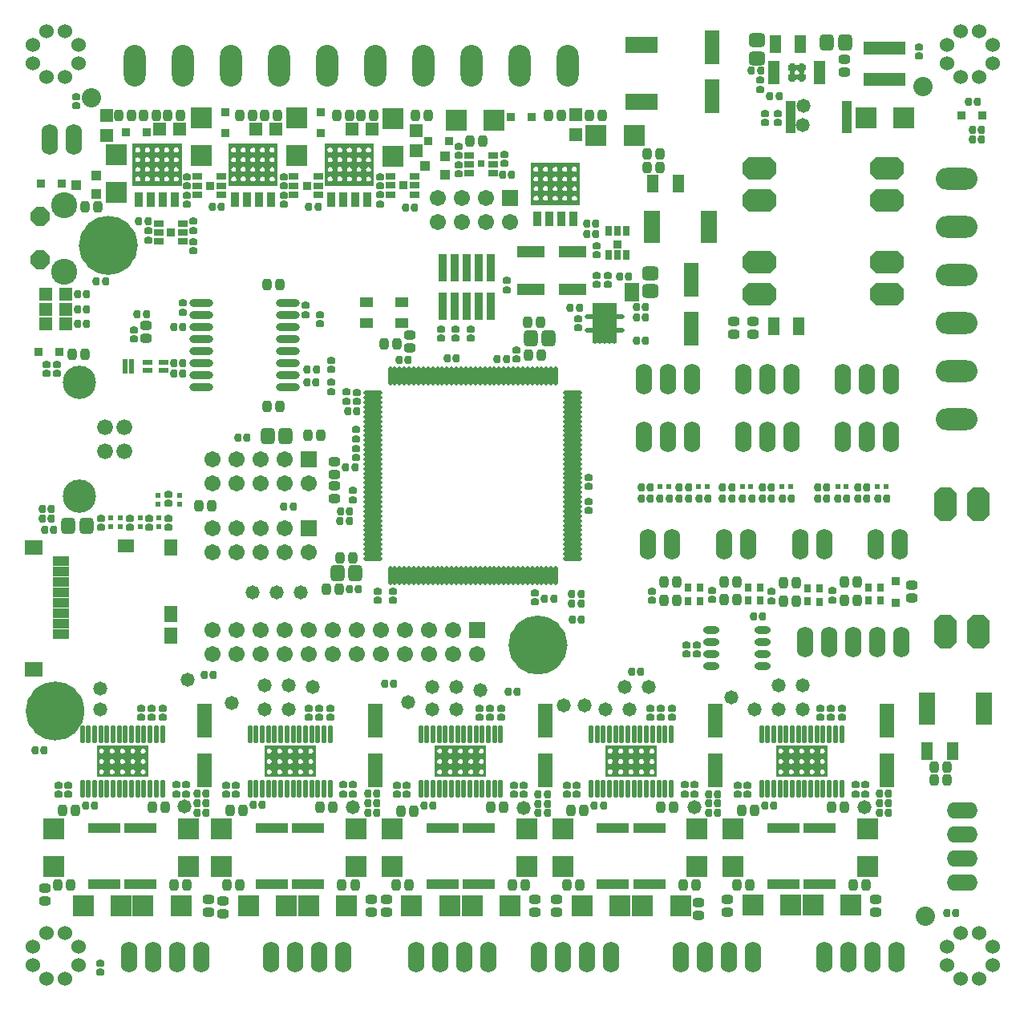
<source format=gts>
G04 Layer_Color=8388736*
%FSLAX24Y24*%
%MOIN*%
G70*
G01*
G75*
%ADD47C,0.0600*%
%ADD91C,0.0580*%
%ADD188C,0.1220*%
%ADD189R,0.1040X0.1680*%
%ADD190R,0.0330X0.0330*%
%ADD191R,0.0270X0.0270*%
%ADD192R,0.0606X0.0252*%
%ADD193R,0.0213X0.0260*%
G04:AMPARAMS|DCode=194|XSize=30mil|YSize=32mil|CornerRadius=8.4mil|HoleSize=0mil|Usage=FLASHONLY|Rotation=90.000|XOffset=0mil|YOffset=0mil|HoleType=Round|Shape=RoundedRectangle|*
%AMROUNDEDRECTD194*
21,1,0.0300,0.0152,0,0,90.0*
21,1,0.0132,0.0320,0,0,90.0*
1,1,0.0168,0.0076,0.0066*
1,1,0.0168,0.0076,-0.0066*
1,1,0.0168,-0.0076,-0.0066*
1,1,0.0168,-0.0076,0.0066*
%
%ADD194ROUNDEDRECTD194*%
G04:AMPARAMS|DCode=195|XSize=30mil|YSize=32mil|CornerRadius=8.4mil|HoleSize=0mil|Usage=FLASHONLY|Rotation=180.000|XOffset=0mil|YOffset=0mil|HoleType=Round|Shape=RoundedRectangle|*
%AMROUNDEDRECTD195*
21,1,0.0300,0.0152,0,0,180.0*
21,1,0.0132,0.0320,0,0,180.0*
1,1,0.0168,-0.0066,0.0076*
1,1,0.0168,0.0066,0.0076*
1,1,0.0168,0.0066,-0.0076*
1,1,0.0168,-0.0066,-0.0076*
%
%ADD195ROUNDEDRECTD195*%
%ADD196R,0.1379X0.0434*%
G04:AMPARAMS|DCode=197|XSize=37.1mil|YSize=47.4mil|CornerRadius=9.8mil|HoleSize=0mil|Usage=FLASHONLY|Rotation=0.000|XOffset=0mil|YOffset=0mil|HoleType=Round|Shape=RoundedRectangle|*
%AMROUNDEDRECTD197*
21,1,0.0371,0.0277,0,0,0.0*
21,1,0.0175,0.0474,0,0,0.0*
1,1,0.0197,0.0087,-0.0139*
1,1,0.0197,-0.0087,-0.0139*
1,1,0.0197,-0.0087,0.0139*
1,1,0.0197,0.0087,0.0139*
%
%ADD197ROUNDEDRECTD197*%
G04:AMPARAMS|DCode=198|XSize=80mil|YSize=80mil|CornerRadius=40mil|HoleSize=0mil|Usage=FLASHONLY|Rotation=270.000|XOffset=0mil|YOffset=0mil|HoleType=Round|Shape=RoundedRectangle|*
%AMROUNDEDRECTD198*
21,1,0.0800,0.0000,0,0,270.0*
21,1,0.0000,0.0800,0,0,270.0*
1,1,0.0800,0.0000,0.0000*
1,1,0.0800,0.0000,0.0000*
1,1,0.0800,0.0000,0.0000*
1,1,0.0800,0.0000,0.0000*
%
%ADD198ROUNDEDRECTD198*%
%ADD199R,0.0552X0.0434*%
%ADD200R,0.0415X0.0316*%
%ADD201O,0.0671X0.0316*%
%ADD202O,0.0986X0.0316*%
%ADD203R,0.0482X0.0198*%
%ADD204O,0.0198X0.0789*%
%ADD205O,0.0789X0.0198*%
G04:AMPARAMS|DCode=206|XSize=37.1mil|YSize=47.4mil|CornerRadius=9.8mil|HoleSize=0mil|Usage=FLASHONLY|Rotation=270.000|XOffset=0mil|YOffset=0mil|HoleType=Round|Shape=RoundedRectangle|*
%AMROUNDEDRECTD206*
21,1,0.0371,0.0277,0,0,270.0*
21,1,0.0175,0.0474,0,0,270.0*
1,1,0.0197,-0.0139,-0.0087*
1,1,0.0197,-0.0139,0.0087*
1,1,0.0197,0.0139,0.0087*
1,1,0.0197,0.0139,-0.0087*
%
%ADD206ROUNDEDRECTD206*%
%ADD207R,0.0434X0.1379*%
%ADD208R,0.0360X0.0640*%
%ADD209R,0.0560X0.0560*%
%ADD210R,0.1753X0.0545*%
G04:AMPARAMS|DCode=211|XSize=60mil|YSize=68mil|CornerRadius=17mil|HoleSize=0mil|Usage=FLASHONLY|Rotation=0.000|XOffset=0mil|YOffset=0mil|HoleType=Round|Shape=RoundedRectangle|*
%AMROUNDEDRECTD211*
21,1,0.0600,0.0340,0,0,0.0*
21,1,0.0260,0.0680,0,0,0.0*
1,1,0.0340,0.0130,-0.0170*
1,1,0.0340,-0.0130,-0.0170*
1,1,0.0340,-0.0130,0.0170*
1,1,0.0340,0.0130,0.0170*
%
%ADD211ROUNDEDRECTD211*%
%ADD212R,0.0375X0.1182*%
G04:AMPARAMS|DCode=213|XSize=80mil|YSize=80mil|CornerRadius=40mil|HoleSize=0mil|Usage=FLASHONLY|Rotation=0.000|XOffset=0mil|YOffset=0mil|HoleType=Round|Shape=RoundedRectangle|*
%AMROUNDEDRECTD213*
21,1,0.0800,0.0000,0,0,0.0*
21,1,0.0000,0.0800,0,0,0.0*
1,1,0.0800,0.0000,0.0000*
1,1,0.0800,0.0000,0.0000*
1,1,0.0800,0.0000,0.0000*
1,1,0.0800,0.0000,0.0000*
%
%ADD213ROUNDEDRECTD213*%
%ADD214R,0.0560X0.0560*%
%ADD215R,0.0870X0.0870*%
%ADD216R,0.0870X0.0870*%
%ADD217R,0.0320X0.0320*%
%ADD218R,0.0280X0.0360*%
%ADD219R,0.0710X0.1340*%
%ADD220R,0.1340X0.0710*%
G04:AMPARAMS|DCode=221|XSize=60mil|YSize=68mil|CornerRadius=17mil|HoleSize=0mil|Usage=FLASHONLY|Rotation=90.000|XOffset=0mil|YOffset=0mil|HoleType=Round|Shape=RoundedRectangle|*
%AMROUNDEDRECTD221*
21,1,0.0600,0.0340,0,0,90.0*
21,1,0.0260,0.0680,0,0,90.0*
1,1,0.0340,0.0170,0.0130*
1,1,0.0340,0.0170,-0.0130*
1,1,0.0340,-0.0170,-0.0130*
1,1,0.0340,-0.0170,0.0130*
%
%ADD221ROUNDEDRECTD221*%
%ADD222R,0.0513X0.0749*%
%ADD223R,0.0533X0.0671*%
%ADD224R,0.0671X0.0395*%
%ADD225R,0.0749X0.0631*%
%ADD226R,0.0671X0.0533*%
%ADD227R,0.0330X0.0330*%
%ADD228R,0.0631X0.1419*%
%ADD229R,0.0440X0.0400*%
%ADD230O,0.0218X0.0749*%
%ADD231R,0.0198X0.0237*%
%ADD232R,0.0320X0.0320*%
%ADD233R,0.0316X0.0415*%
%ADD234R,0.1182X0.0474*%
%ADD235R,0.0434X0.0237*%
%ADD236R,0.0208X0.0186*%
%ADD237R,0.0237X0.0198*%
%ADD238O,0.0190X0.0395*%
%ADD239O,0.0395X0.0190*%
%ADD240R,0.0887X0.0887*%
%ADD241R,0.0671X0.0671*%
%ADD242C,0.0671*%
%ADD243O,0.1280X0.0680*%
%ADD244O,0.1730X0.0905*%
%ADD245P,0.0844X8X292.5*%
%ADD246C,0.1080*%
%ADD247O,0.0680X0.1280*%
%ADD248C,0.0660*%
%ADD249C,0.1385*%
G04:AMPARAMS|DCode=250|XSize=141mil|YSize=91mil|CornerRadius=0mil|HoleSize=0mil|Usage=FLASHONLY|Rotation=270.000|XOffset=0mil|YOffset=0mil|HoleType=Round|Shape=Octagon|*
%AMOCTAGOND250*
4,1,8,-0.0228,-0.0705,0.0228,-0.0705,0.0455,-0.0478,0.0455,0.0478,0.0228,0.0705,-0.0228,0.0705,-0.0455,0.0478,-0.0455,-0.0478,-0.0228,-0.0705,0.0*
%
%ADD250OCTAGOND250*%

G04:AMPARAMS|DCode=251|XSize=141mil|YSize=91mil|CornerRadius=0mil|HoleSize=0mil|Usage=FLASHONLY|Rotation=180.000|XOffset=0mil|YOffset=0mil|HoleType=Round|Shape=Octagon|*
%AMOCTAGOND251*
4,1,8,-0.0705,0.0228,-0.0705,-0.0228,-0.0478,-0.0455,0.0478,-0.0455,0.0705,-0.0228,0.0705,0.0228,0.0478,0.0455,-0.0478,0.0455,-0.0705,0.0228,0.0*
%
%ADD251OCTAGOND251*%

%ADD252O,0.0905X0.1730*%
G36*
X32599Y38628D02*
X32600Y38613D01*
X32612Y38584D01*
X32634Y38563D01*
X32662Y38551D01*
X32677Y38549D01*
Y38343D01*
X32664Y38341D01*
X32639Y38331D01*
X32620Y38312D01*
X32610Y38287D01*
X32608Y38274D01*
Y38234D01*
X32599D01*
Y38225D01*
X32600Y38209D01*
X32612Y38181D01*
X32634Y38159D01*
X32662Y38147D01*
X32677Y38146D01*
Y37949D01*
X32662Y37947D01*
X32634Y37936D01*
X32612Y37914D01*
X32600Y37886D01*
X32599Y37870D01*
Y37851D01*
X32421D01*
X32420Y37870D01*
X32405Y37905D01*
X32378Y37932D01*
X32342Y37947D01*
X32323Y37949D01*
X32303D01*
X32284Y37947D01*
X32249Y37932D01*
X32221Y37905D01*
X32207Y37870D01*
X32205Y37851D01*
X32028D01*
Y37860D01*
X32026Y37876D01*
X32014Y37904D01*
X31993Y37926D01*
X31964Y37938D01*
X31949Y37939D01*
Y38146D01*
X31962Y38147D01*
X31987Y38157D01*
X32006Y38176D01*
X32017Y38201D01*
X32018Y38215D01*
Y38254D01*
X32028D01*
Y38264D01*
X32026Y38279D01*
X32014Y38308D01*
X31993Y38329D01*
X31964Y38341D01*
X31949Y38343D01*
Y38540D01*
X31964Y38541D01*
X31993Y38553D01*
X32014Y38575D01*
X32026Y38603D01*
X32028Y38618D01*
Y38638D01*
X32205D01*
X32207Y38619D01*
X32221Y38583D01*
X32249Y38556D01*
X32284Y38541D01*
X32303Y38540D01*
X32323D01*
X32342Y38541D01*
X32378Y38556D01*
X32405Y38583D01*
X32420Y38619D01*
X32421Y38638D01*
X32599D01*
Y38628D01*
D02*
G37*
G36*
X14734Y35004D02*
Y34610D01*
Y34206D01*
Y33813D01*
Y33537D01*
X12686D01*
Y33813D01*
Y34206D01*
Y34610D01*
Y35014D01*
Y35299D01*
X14734D01*
Y35004D01*
D02*
G37*
G36*
X10724D02*
Y34610D01*
Y34206D01*
Y33813D01*
Y33537D01*
X8676D01*
Y33813D01*
Y34206D01*
Y34610D01*
Y35014D01*
Y35299D01*
X10724D01*
Y35004D01*
D02*
G37*
G36*
X6739D02*
Y34610D01*
Y34206D01*
Y33813D01*
Y33537D01*
X4691D01*
Y33813D01*
Y34206D01*
Y34610D01*
Y35014D01*
Y35299D01*
X6739D01*
Y35004D01*
D02*
G37*
G36*
X23289Y34204D02*
Y33810D01*
Y33406D01*
Y33013D01*
Y32737D01*
X21241D01*
Y33013D01*
Y33406D01*
Y33810D01*
Y34214D01*
Y34499D01*
X23289D01*
Y34204D01*
D02*
G37*
G36*
X33576Y10022D02*
Y9806D01*
Y9589D01*
Y9373D01*
Y9156D01*
Y8940D01*
X31441D01*
Y9156D01*
Y9373D01*
Y9589D01*
Y9806D01*
Y10022D01*
Y10024D01*
Y10240D01*
X33576D01*
Y10022D01*
D02*
G37*
G36*
X26488D02*
Y9806D01*
Y9589D01*
Y9373D01*
Y9156D01*
Y8940D01*
X24353D01*
Y9156D01*
Y9373D01*
Y9589D01*
Y9806D01*
Y10022D01*
Y10024D01*
Y10240D01*
X26488D01*
Y10022D01*
D02*
G37*
G36*
X19402D02*
Y9806D01*
Y9589D01*
Y9373D01*
Y9156D01*
Y8940D01*
X17267D01*
Y9156D01*
Y9373D01*
Y9589D01*
Y9806D01*
Y10022D01*
Y10024D01*
Y10240D01*
X19402D01*
Y10022D01*
D02*
G37*
G36*
X12311D02*
Y9806D01*
Y9589D01*
Y9373D01*
Y9156D01*
Y8940D01*
X10176D01*
Y9156D01*
Y9373D01*
Y9589D01*
Y9806D01*
Y10022D01*
Y10024D01*
Y10240D01*
X12311D01*
Y10022D01*
D02*
G37*
G36*
X5342D02*
Y9806D01*
Y9589D01*
Y9373D01*
Y9156D01*
Y8940D01*
X3207D01*
Y9156D01*
Y9373D01*
Y9589D01*
Y9806D01*
Y10022D01*
Y10024D01*
Y10240D01*
X5342D01*
Y10022D01*
D02*
G37*
%LPC*%
G36*
X32313Y38343D02*
X32294Y38341D01*
X32258Y38326D01*
X32231Y38299D01*
X32217Y38263D01*
X32215Y38244D01*
X32217Y38225D01*
X32231Y38190D01*
X32258Y38162D01*
X32294Y38148D01*
X32313Y38146D01*
X32332Y38148D01*
X32368Y38162D01*
X32395Y38190D01*
X32410Y38225D01*
X32412Y38244D01*
X32410Y38263D01*
X32395Y38299D01*
X32368Y38326D01*
X32332Y38341D01*
X32313Y38343D01*
D02*
G37*
G36*
X14507Y35132D02*
X14486Y35130D01*
X14447Y35113D01*
X14417Y35084D01*
X14401Y35045D01*
X14399Y35023D01*
X14401Y35002D01*
X14417Y34963D01*
X14447Y34933D01*
X14486Y34917D01*
X14507Y34915D01*
X14528Y34917D01*
X14566Y34933D01*
X14596Y34962D01*
X14611Y35001D01*
X14613Y35021D01*
Y35045D01*
X14613Y35045D01*
X14597Y35084D01*
X14567Y35113D01*
X14528Y35130D01*
X14507Y35132D01*
D02*
G37*
G36*
X14114D02*
X14092Y35130D01*
X14053Y35113D01*
X14024Y35084D01*
X14007Y35045D01*
X14005Y35023D01*
Y35014D01*
X14007Y34994D01*
X14022Y34959D01*
X14049Y34932D01*
X14085Y34917D01*
X14104Y34915D01*
X14125Y34917D01*
X14165Y34934D01*
X14195Y34964D01*
X14212Y35004D01*
X14212Y35006D01*
Y35033D01*
X14210Y35052D01*
X14195Y35088D01*
X14168Y35115D01*
X14133Y35130D01*
X14114Y35132D01*
D02*
G37*
G36*
X13720Y35122D02*
X13710D01*
X13689Y35120D01*
X13650Y35104D01*
X13620Y35074D01*
X13604Y35035D01*
Y35021D01*
X13606Y35001D01*
X13622Y34962D01*
X13651Y34933D01*
X13689Y34917D01*
X13710Y34915D01*
X13730Y34917D01*
X13766Y34932D01*
X13793Y34960D01*
X13808Y34996D01*
X13809Y35004D01*
X13808D01*
Y35033D01*
X13807Y35051D01*
X13793Y35082D01*
X13769Y35107D01*
X13737Y35120D01*
X13720Y35122D01*
D02*
G37*
G36*
X13306Y35132D02*
X13287Y35130D01*
X13252Y35115D01*
X13225Y35088D01*
X13210Y35052D01*
X13208Y35033D01*
Y35025D01*
Y35023D01*
Y35014D01*
X13210Y34994D01*
X13225Y34959D01*
X13252Y34932D01*
X13287Y34917D01*
X13306Y34915D01*
X13327Y34917D01*
X13365Y34933D01*
X13395Y34962D01*
X13411Y35001D01*
X13413Y35021D01*
Y35045D01*
X13413Y35045D01*
X13396Y35084D01*
X13367Y35113D01*
X13328Y35130D01*
X13306Y35132D01*
D02*
G37*
G36*
X12912Y35131D02*
X12911Y35124D01*
X12889Y35122D01*
X12850Y35106D01*
X12821Y35076D01*
X12804Y35037D01*
X12804D01*
Y35024D01*
X12806Y35002D01*
X12823Y34963D01*
X12853Y34933D01*
X12892Y34917D01*
X12913Y34915D01*
X12932Y34917D01*
X12968Y34932D01*
X12996Y34959D01*
X13010Y34995D01*
X13012Y35014D01*
X13011D01*
X13010Y35033D01*
X13009Y35052D01*
X12994Y35087D01*
X12967Y35114D01*
X12931Y35129D01*
X12912Y35131D01*
D02*
G37*
G36*
X14507Y34718D02*
X14488Y34716D01*
X14453Y34702D01*
X14425Y34675D01*
X14411Y34639D01*
X14409Y34620D01*
Y34610D01*
X14400D01*
X14401Y34599D01*
X14417Y34560D01*
X14447Y34530D01*
X14486Y34514D01*
X14507Y34512D01*
X14528Y34514D01*
X14566Y34529D01*
X14596Y34559D01*
X14611Y34597D01*
X14613Y34610D01*
X14606D01*
Y34620D01*
X14604Y34639D01*
X14589Y34675D01*
X14562Y34702D01*
X14526Y34716D01*
X14507Y34718D01*
D02*
G37*
G36*
X14114D02*
X14094Y34716D01*
X14059Y34702D01*
X14032Y34675D01*
X14017Y34639D01*
X14015Y34620D01*
Y34610D01*
X14005D01*
X14007Y34591D01*
X14022Y34555D01*
X14049Y34528D01*
X14085Y34513D01*
X14104Y34512D01*
X14125Y34514D01*
X14165Y34530D01*
X14195Y34561D01*
X14212Y34600D01*
X14213Y34610D01*
X14212D01*
Y34620D01*
X14210Y34639D01*
X14195Y34675D01*
X14168Y34702D01*
X14133Y34716D01*
X14114Y34718D01*
D02*
G37*
G36*
X13710D02*
X13691Y34716D01*
X13655Y34702D01*
X13628Y34675D01*
X13613Y34639D01*
X13612Y34620D01*
Y34610D01*
X13605D01*
X13606Y34597D01*
X13622Y34559D01*
X13651Y34529D01*
X13689Y34514D01*
X13710Y34512D01*
X13730Y34514D01*
X13766Y34528D01*
X13793Y34556D01*
X13808Y34592D01*
X13810Y34610D01*
X13808D01*
Y34620D01*
X13807Y34639D01*
X13792Y34675D01*
X13765Y34702D01*
X13729Y34716D01*
X13710Y34718D01*
D02*
G37*
G36*
X13316Y34728D02*
X13295Y34726D01*
X13256Y34710D01*
X13226Y34680D01*
X13210Y34641D01*
X13208Y34620D01*
Y34610D01*
X13210Y34591D01*
X13225Y34555D01*
X13252Y34528D01*
X13287Y34513D01*
X13306Y34512D01*
X13327Y34514D01*
X13365Y34529D01*
X13395Y34559D01*
X13411Y34597D01*
X13412Y34610D01*
X13405D01*
Y34640D01*
X13403Y34657D01*
X13390Y34689D01*
X13366Y34713D01*
X13334Y34726D01*
X13316Y34728D01*
D02*
G37*
G36*
X12913Y34718D02*
X12894Y34716D01*
X12858Y34702D01*
X12831Y34675D01*
X12816Y34639D01*
X12814Y34620D01*
Y34610D01*
X12805D01*
X12806Y34599D01*
X12823Y34560D01*
X12853Y34530D01*
X12892Y34514D01*
X12913Y34512D01*
X12932Y34513D01*
X12968Y34528D01*
X12996Y34556D01*
X13010Y34592D01*
X13012Y34610D01*
X13001D01*
Y34630D01*
X13000Y34647D01*
X12986Y34679D01*
X12962Y34703D01*
X12930Y34717D01*
X12913Y34718D01*
D02*
G37*
G36*
X14507Y34315D02*
X14488Y34313D01*
X14453Y34298D01*
X14425Y34271D01*
X14411Y34236D01*
X14409Y34216D01*
Y34206D01*
X14401D01*
X14401Y34205D01*
X14417Y34166D01*
X14447Y34136D01*
X14486Y34120D01*
X14507Y34118D01*
X14528Y34120D01*
X14566Y34136D01*
X14596Y34165D01*
X14611Y34203D01*
X14612Y34206D01*
X14606D01*
Y34216D01*
X14604Y34236D01*
X14589Y34271D01*
X14562Y34298D01*
X14526Y34313D01*
X14507Y34315D01*
D02*
G37*
G36*
X14114D02*
X14094Y34313D01*
X14059Y34298D01*
X14032Y34271D01*
X14017Y34236D01*
X14015Y34216D01*
Y34206D01*
X14006D01*
X14007Y34197D01*
X14022Y34162D01*
X14049Y34134D01*
X14085Y34120D01*
X14104Y34118D01*
X14125Y34120D01*
X14165Y34136D01*
X14195Y34167D01*
X14212Y34207D01*
X14212Y34209D01*
Y34216D01*
X14210Y34236D01*
X14195Y34271D01*
X14168Y34298D01*
X14133Y34313D01*
X14114Y34315D01*
D02*
G37*
G36*
X13710D02*
X13691Y34313D01*
X13655Y34298D01*
X13628Y34271D01*
X13613Y34236D01*
X13612Y34216D01*
Y34206D01*
X13606D01*
X13606Y34203D01*
X13622Y34165D01*
X13651Y34136D01*
X13689Y34120D01*
X13710Y34118D01*
X13730Y34120D01*
X13766Y34135D01*
X13793Y34162D01*
X13808Y34199D01*
X13809Y34206D01*
X13808D01*
Y34216D01*
X13807Y34236D01*
X13792Y34271D01*
X13765Y34298D01*
X13729Y34313D01*
X13710Y34315D01*
D02*
G37*
G36*
X13316Y34325D02*
X13295Y34323D01*
X13256Y34306D01*
X13226Y34276D01*
X13210Y34237D01*
X13208Y34216D01*
X13210Y34197D01*
X13225Y34162D01*
X13252Y34134D01*
X13287Y34120D01*
X13306Y34118D01*
X13327Y34120D01*
X13365Y34136D01*
X13395Y34165D01*
X13411Y34203D01*
X13411Y34206D01*
X13405D01*
Y34236D01*
X13403Y34253D01*
X13390Y34285D01*
X13366Y34310D01*
X13334Y34323D01*
X13316Y34325D01*
D02*
G37*
G36*
X12913Y34315D02*
X12894Y34313D01*
X12858Y34298D01*
X12831Y34271D01*
X12816Y34236D01*
X12814Y34216D01*
Y34206D01*
X12806D01*
X12806Y34205D01*
X12823Y34166D01*
X12853Y34136D01*
X12892Y34120D01*
X12913Y34118D01*
X12932Y34120D01*
X12968Y34135D01*
X12996Y34162D01*
X13010Y34198D01*
X13011Y34206D01*
X13001D01*
Y34226D01*
X13000Y34243D01*
X12986Y34275D01*
X12962Y34300D01*
X12930Y34313D01*
X12913Y34315D01*
D02*
G37*
G36*
X13710Y33921D02*
X13691Y33919D01*
X13655Y33904D01*
X13628Y33877D01*
X13613Y33842D01*
X13612Y33823D01*
Y33813D01*
Y33803D01*
X13613Y33786D01*
X13627Y33754D01*
X13651Y33729D01*
X13683Y33716D01*
X13700Y33714D01*
X13710D01*
X13731Y33716D01*
X13770Y33733D01*
X13800Y33762D01*
X13816Y33801D01*
X13817Y33813D01*
X13808D01*
Y33823D01*
X13807Y33842D01*
X13792Y33877D01*
X13765Y33904D01*
X13729Y33919D01*
X13710Y33921D01*
D02*
G37*
G36*
X14507D02*
X14488Y33919D01*
X14453Y33904D01*
X14425Y33877D01*
X14411Y33842D01*
X14409Y33823D01*
Y33823D01*
X14410Y33804D01*
X14411Y33784D01*
X14426Y33749D01*
X14453Y33722D01*
X14489Y33707D01*
X14508Y33705D01*
X14509Y33712D01*
X14531Y33714D01*
X14570Y33730D01*
X14599Y33760D01*
X14616Y33799D01*
X14617Y33813D01*
X14606D01*
Y33823D01*
X14604Y33842D01*
X14589Y33877D01*
X14562Y33904D01*
X14526Y33919D01*
X14507Y33921D01*
D02*
G37*
G36*
X14114D02*
X14094Y33919D01*
X14059Y33904D01*
X14032Y33877D01*
X14017Y33842D01*
X14015Y33823D01*
Y33813D01*
X14005D01*
Y33813D01*
X14007Y33792D01*
X14024Y33753D01*
X14053Y33723D01*
X14092Y33707D01*
X14114Y33705D01*
X14133Y33706D01*
X14168Y33721D01*
X14195Y33748D01*
X14210Y33784D01*
X14212Y33803D01*
Y33813D01*
Y33823D01*
X14210Y33842D01*
X14195Y33877D01*
X14168Y33904D01*
X14133Y33919D01*
X14114Y33921D01*
D02*
G37*
G36*
X13316Y33931D02*
X13295Y33929D01*
X13256Y33913D01*
X13226Y33883D01*
X13210Y33844D01*
X13208Y33823D01*
Y33813D01*
Y33803D01*
X13210Y33784D01*
X13225Y33748D01*
X13252Y33721D01*
X13287Y33706D01*
X13306Y33705D01*
X13328Y33707D01*
X13367Y33723D01*
X13396Y33753D01*
X13413Y33792D01*
X13415Y33813D01*
Y33813D01*
X13405D01*
Y33842D01*
X13403Y33860D01*
X13390Y33892D01*
X13366Y33916D01*
X13334Y33929D01*
X13316Y33931D01*
D02*
G37*
G36*
X12913Y33921D02*
X12894Y33919D01*
X12858Y33904D01*
X12831Y33877D01*
X12816Y33842D01*
X12814Y33823D01*
Y33813D01*
X12804D01*
Y33813D01*
X12807Y33792D01*
X12823Y33753D01*
X12853Y33723D01*
X12892Y33707D01*
X12913Y33705D01*
X12934Y33707D01*
X12973Y33723D01*
X13003Y33753D01*
X13019Y33792D01*
X13021Y33813D01*
Y33813D01*
X13001D01*
Y33832D01*
X13000Y33850D01*
X12986Y33882D01*
X12962Y33906D01*
X12930Y33919D01*
X12913Y33921D01*
D02*
G37*
G36*
X10497Y35132D02*
X10476Y35130D01*
X10437Y35113D01*
X10407Y35084D01*
X10391Y35045D01*
X10389Y35023D01*
X10391Y35002D01*
X10407Y34963D01*
X10437Y34933D01*
X10476Y34917D01*
X10497Y34915D01*
X10518Y34917D01*
X10556Y34933D01*
X10586Y34962D01*
X10601Y35001D01*
X10603Y35021D01*
Y35045D01*
X10603Y35045D01*
X10587Y35084D01*
X10557Y35113D01*
X10518Y35130D01*
X10497Y35132D01*
D02*
G37*
G36*
X10104D02*
X10082Y35130D01*
X10043Y35113D01*
X10014Y35084D01*
X9997Y35045D01*
X9995Y35023D01*
Y35014D01*
X9997Y34994D01*
X10012Y34959D01*
X10039Y34932D01*
X10074Y34917D01*
X10094Y34915D01*
X10115Y34917D01*
X10155Y34934D01*
X10185Y34964D01*
X10202Y35004D01*
X10202Y35006D01*
Y35033D01*
X10200Y35052D01*
X10185Y35088D01*
X10158Y35115D01*
X10123Y35130D01*
X10104Y35132D01*
D02*
G37*
G36*
X9710Y35122D02*
X9700D01*
X9679Y35120D01*
X9640Y35104D01*
X9610Y35074D01*
X9594Y35035D01*
Y35021D01*
X9596Y35001D01*
X9612Y34962D01*
X9641Y34933D01*
X9679Y34917D01*
X9700Y34915D01*
X9720Y34917D01*
X9756Y34932D01*
X9783Y34960D01*
X9798Y34996D01*
X9799Y35004D01*
X9798D01*
Y35033D01*
X9797Y35051D01*
X9783Y35082D01*
X9759Y35107D01*
X9727Y35120D01*
X9710Y35122D01*
D02*
G37*
G36*
X9296Y35132D02*
X9277Y35130D01*
X9242Y35115D01*
X9215Y35088D01*
X9200Y35052D01*
X9198Y35033D01*
Y35025D01*
Y35023D01*
Y35014D01*
X9200Y34994D01*
X9215Y34959D01*
X9242Y34932D01*
X9277Y34917D01*
X9296Y34915D01*
X9317Y34917D01*
X9355Y34933D01*
X9385Y34962D01*
X9401Y35001D01*
X9403Y35021D01*
Y35045D01*
X9403Y35045D01*
X9386Y35084D01*
X9357Y35113D01*
X9318Y35130D01*
X9296Y35132D01*
D02*
G37*
G36*
X8902Y35131D02*
X8901Y35124D01*
X8879Y35122D01*
X8840Y35106D01*
X8811Y35076D01*
X8794Y35037D01*
X8794D01*
Y35024D01*
X8796Y35002D01*
X8813Y34963D01*
X8843Y34933D01*
X8882Y34917D01*
X8903Y34915D01*
X8922Y34917D01*
X8958Y34932D01*
X8986Y34959D01*
X9000Y34995D01*
X9002Y35014D01*
X9001D01*
X9000Y35033D01*
X8999Y35052D01*
X8984Y35087D01*
X8957Y35114D01*
X8921Y35129D01*
X8902Y35131D01*
D02*
G37*
G36*
X10497Y34718D02*
X10478Y34716D01*
X10443Y34702D01*
X10415Y34675D01*
X10401Y34639D01*
X10399Y34620D01*
Y34610D01*
X10390D01*
X10391Y34599D01*
X10407Y34560D01*
X10437Y34530D01*
X10476Y34514D01*
X10497Y34512D01*
X10518Y34514D01*
X10556Y34529D01*
X10586Y34559D01*
X10601Y34597D01*
X10603Y34610D01*
X10596D01*
Y34620D01*
X10594Y34639D01*
X10579Y34675D01*
X10552Y34702D01*
X10516Y34716D01*
X10497Y34718D01*
D02*
G37*
G36*
X10104D02*
X10084Y34716D01*
X10049Y34702D01*
X10022Y34675D01*
X10007Y34639D01*
X10005Y34620D01*
Y34610D01*
X9995D01*
X9997Y34591D01*
X10012Y34555D01*
X10039Y34528D01*
X10074Y34513D01*
X10094Y34512D01*
X10115Y34514D01*
X10155Y34530D01*
X10185Y34561D01*
X10202Y34600D01*
X10203Y34610D01*
X10202D01*
Y34620D01*
X10200Y34639D01*
X10185Y34675D01*
X10158Y34702D01*
X10123Y34716D01*
X10104Y34718D01*
D02*
G37*
G36*
X9700D02*
X9681Y34716D01*
X9645Y34702D01*
X9618Y34675D01*
X9603Y34639D01*
X9602Y34620D01*
Y34610D01*
X9595D01*
X9596Y34597D01*
X9612Y34559D01*
X9641Y34529D01*
X9679Y34514D01*
X9700Y34512D01*
X9720Y34514D01*
X9756Y34528D01*
X9783Y34556D01*
X9798Y34592D01*
X9800Y34610D01*
X9798D01*
Y34620D01*
X9797Y34639D01*
X9782Y34675D01*
X9755Y34702D01*
X9719Y34716D01*
X9700Y34718D01*
D02*
G37*
G36*
X9306Y34728D02*
X9285Y34726D01*
X9246Y34710D01*
X9216Y34680D01*
X9200Y34641D01*
X9198Y34620D01*
Y34610D01*
X9200Y34591D01*
X9215Y34555D01*
X9242Y34528D01*
X9277Y34513D01*
X9296Y34512D01*
X9317Y34514D01*
X9355Y34529D01*
X9385Y34559D01*
X9401Y34597D01*
X9402Y34610D01*
X9395D01*
Y34640D01*
X9393Y34657D01*
X9380Y34689D01*
X9356Y34713D01*
X9324Y34726D01*
X9306Y34728D01*
D02*
G37*
G36*
X8903Y34718D02*
X8884Y34716D01*
X8848Y34702D01*
X8821Y34675D01*
X8806Y34639D01*
X8804Y34620D01*
Y34610D01*
X8795D01*
X8796Y34599D01*
X8813Y34560D01*
X8843Y34530D01*
X8882Y34514D01*
X8903Y34512D01*
X8922Y34513D01*
X8958Y34528D01*
X8986Y34556D01*
X9000Y34592D01*
X9002Y34610D01*
X8991D01*
Y34630D01*
X8990Y34647D01*
X8976Y34679D01*
X8952Y34703D01*
X8920Y34717D01*
X8903Y34718D01*
D02*
G37*
G36*
X10497Y34315D02*
X10478Y34313D01*
X10443Y34298D01*
X10415Y34271D01*
X10401Y34236D01*
X10399Y34216D01*
Y34206D01*
X10391D01*
X10391Y34205D01*
X10407Y34166D01*
X10437Y34136D01*
X10476Y34120D01*
X10497Y34118D01*
X10518Y34120D01*
X10556Y34136D01*
X10586Y34165D01*
X10601Y34203D01*
X10602Y34206D01*
X10596D01*
Y34216D01*
X10594Y34236D01*
X10579Y34271D01*
X10552Y34298D01*
X10516Y34313D01*
X10497Y34315D01*
D02*
G37*
G36*
X10104D02*
X10084Y34313D01*
X10049Y34298D01*
X10022Y34271D01*
X10007Y34236D01*
X10005Y34216D01*
Y34206D01*
X9996D01*
X9997Y34197D01*
X10012Y34162D01*
X10039Y34134D01*
X10074Y34120D01*
X10094Y34118D01*
X10115Y34120D01*
X10155Y34136D01*
X10185Y34167D01*
X10202Y34207D01*
X10202Y34209D01*
Y34216D01*
X10200Y34236D01*
X10185Y34271D01*
X10158Y34298D01*
X10123Y34313D01*
X10104Y34315D01*
D02*
G37*
G36*
X9700D02*
X9681Y34313D01*
X9645Y34298D01*
X9618Y34271D01*
X9603Y34236D01*
X9602Y34216D01*
Y34206D01*
X9596D01*
X9596Y34203D01*
X9612Y34165D01*
X9641Y34136D01*
X9679Y34120D01*
X9700Y34118D01*
X9720Y34120D01*
X9756Y34135D01*
X9783Y34162D01*
X9798Y34199D01*
X9799Y34206D01*
X9798D01*
Y34216D01*
X9797Y34236D01*
X9782Y34271D01*
X9755Y34298D01*
X9719Y34313D01*
X9700Y34315D01*
D02*
G37*
G36*
X9306Y34325D02*
X9285Y34323D01*
X9246Y34306D01*
X9216Y34276D01*
X9200Y34237D01*
X9198Y34216D01*
X9200Y34197D01*
X9215Y34162D01*
X9242Y34134D01*
X9277Y34120D01*
X9296Y34118D01*
X9317Y34120D01*
X9355Y34136D01*
X9385Y34165D01*
X9401Y34203D01*
X9401Y34206D01*
X9395D01*
Y34236D01*
X9393Y34253D01*
X9380Y34285D01*
X9356Y34310D01*
X9324Y34323D01*
X9306Y34325D01*
D02*
G37*
G36*
X8903Y34315D02*
X8884Y34313D01*
X8848Y34298D01*
X8821Y34271D01*
X8806Y34236D01*
X8804Y34216D01*
Y34206D01*
X8796D01*
X8796Y34205D01*
X8813Y34166D01*
X8843Y34136D01*
X8882Y34120D01*
X8903Y34118D01*
X8922Y34120D01*
X8958Y34135D01*
X8986Y34162D01*
X9000Y34198D01*
X9001Y34206D01*
X8991D01*
Y34226D01*
X8990Y34243D01*
X8976Y34275D01*
X8952Y34300D01*
X8920Y34313D01*
X8903Y34315D01*
D02*
G37*
G36*
X9700Y33921D02*
X9681Y33919D01*
X9645Y33904D01*
X9618Y33877D01*
X9603Y33842D01*
X9602Y33823D01*
Y33813D01*
Y33803D01*
X9603Y33786D01*
X9617Y33754D01*
X9641Y33729D01*
X9673Y33716D01*
X9690Y33714D01*
X9700D01*
X9721Y33716D01*
X9760Y33733D01*
X9790Y33762D01*
X9806Y33801D01*
X9807Y33813D01*
X9798D01*
Y33823D01*
X9797Y33842D01*
X9782Y33877D01*
X9755Y33904D01*
X9719Y33919D01*
X9700Y33921D01*
D02*
G37*
G36*
X10497D02*
X10478Y33919D01*
X10443Y33904D01*
X10415Y33877D01*
X10401Y33842D01*
X10399Y33823D01*
Y33823D01*
X10400Y33804D01*
X10401Y33784D01*
X10416Y33749D01*
X10443Y33722D01*
X10479Y33707D01*
X10498Y33705D01*
X10499Y33712D01*
X10521Y33714D01*
X10560Y33730D01*
X10589Y33760D01*
X10606Y33799D01*
X10607Y33813D01*
X10596D01*
Y33823D01*
X10594Y33842D01*
X10579Y33877D01*
X10552Y33904D01*
X10516Y33919D01*
X10497Y33921D01*
D02*
G37*
G36*
X10104D02*
X10084Y33919D01*
X10049Y33904D01*
X10022Y33877D01*
X10007Y33842D01*
X10005Y33823D01*
Y33813D01*
X9995D01*
Y33813D01*
X9997Y33792D01*
X10014Y33753D01*
X10043Y33723D01*
X10082Y33707D01*
X10104Y33705D01*
X10123Y33706D01*
X10158Y33721D01*
X10185Y33748D01*
X10200Y33784D01*
X10202Y33803D01*
Y33813D01*
Y33823D01*
X10200Y33842D01*
X10185Y33877D01*
X10158Y33904D01*
X10123Y33919D01*
X10104Y33921D01*
D02*
G37*
G36*
X9306Y33931D02*
X9285Y33929D01*
X9246Y33913D01*
X9216Y33883D01*
X9200Y33844D01*
X9198Y33823D01*
Y33813D01*
Y33803D01*
X9200Y33784D01*
X9215Y33748D01*
X9242Y33721D01*
X9277Y33706D01*
X9296Y33705D01*
X9318Y33707D01*
X9357Y33723D01*
X9386Y33753D01*
X9403Y33792D01*
X9405Y33813D01*
Y33813D01*
X9395D01*
Y33842D01*
X9393Y33860D01*
X9380Y33892D01*
X9356Y33916D01*
X9324Y33929D01*
X9306Y33931D01*
D02*
G37*
G36*
X8903Y33921D02*
X8884Y33919D01*
X8848Y33904D01*
X8821Y33877D01*
X8806Y33842D01*
X8804Y33823D01*
Y33813D01*
X8794D01*
Y33813D01*
X8797Y33792D01*
X8813Y33753D01*
X8843Y33723D01*
X8882Y33707D01*
X8903Y33705D01*
X8924Y33707D01*
X8963Y33723D01*
X8993Y33753D01*
X9009Y33792D01*
X9011Y33813D01*
Y33813D01*
X8991D01*
Y33832D01*
X8990Y33850D01*
X8976Y33882D01*
X8952Y33906D01*
X8920Y33919D01*
X8903Y33921D01*
D02*
G37*
G36*
X6512Y35132D02*
X6491Y35130D01*
X6452Y35113D01*
X6422Y35084D01*
X6406Y35045D01*
X6404Y35023D01*
X6406Y35002D01*
X6422Y34963D01*
X6452Y34933D01*
X6491Y34917D01*
X6512Y34915D01*
X6533Y34917D01*
X6571Y34933D01*
X6600Y34962D01*
X6616Y35001D01*
X6618Y35021D01*
Y35045D01*
X6618Y35045D01*
X6602Y35084D01*
X6572Y35113D01*
X6533Y35130D01*
X6512Y35132D01*
D02*
G37*
G36*
X6119D02*
X6097Y35130D01*
X6058Y35113D01*
X6028Y35084D01*
X6012Y35045D01*
X6010Y35023D01*
Y35014D01*
X6012Y34994D01*
X6027Y34959D01*
X6054Y34932D01*
X6089Y34917D01*
X6109Y34915D01*
X6130Y34917D01*
X6170Y34934D01*
X6200Y34964D01*
X6217Y35004D01*
X6217Y35006D01*
Y35033D01*
X6215Y35052D01*
X6200Y35088D01*
X6173Y35115D01*
X6138Y35130D01*
X6119Y35132D01*
D02*
G37*
G36*
X5725Y35122D02*
X5715D01*
X5694Y35120D01*
X5655Y35104D01*
X5625Y35074D01*
X5609Y35035D01*
Y35021D01*
X5611Y35001D01*
X5627Y34962D01*
X5656Y34933D01*
X5694Y34917D01*
X5715Y34915D01*
X5735Y34917D01*
X5771Y34932D01*
X5798Y34960D01*
X5813Y34996D01*
X5814Y35004D01*
X5813D01*
Y35033D01*
X5812Y35051D01*
X5798Y35082D01*
X5774Y35107D01*
X5742Y35120D01*
X5725Y35122D01*
D02*
G37*
G36*
X5311Y35132D02*
X5292Y35130D01*
X5257Y35115D01*
X5230Y35088D01*
X5215Y35052D01*
X5213Y35033D01*
Y35025D01*
Y35023D01*
Y35014D01*
X5215Y34994D01*
X5230Y34959D01*
X5257Y34932D01*
X5292Y34917D01*
X5311Y34915D01*
X5332Y34917D01*
X5370Y34933D01*
X5400Y34962D01*
X5416Y35001D01*
X5418Y35021D01*
Y35045D01*
X5418Y35045D01*
X5401Y35084D01*
X5372Y35113D01*
X5333Y35130D01*
X5311Y35132D01*
D02*
G37*
G36*
X4917Y35131D02*
X4916Y35124D01*
X4894Y35122D01*
X4855Y35106D01*
X4826Y35076D01*
X4809Y35037D01*
X4809D01*
Y35024D01*
X4811Y35002D01*
X4828Y34963D01*
X4858Y34933D01*
X4897Y34917D01*
X4918Y34915D01*
X4937Y34917D01*
X4973Y34932D01*
X5001Y34959D01*
X5015Y34995D01*
X5017Y35014D01*
X5016D01*
X5015Y35033D01*
X5014Y35052D01*
X4999Y35087D01*
X4972Y35114D01*
X4936Y35129D01*
X4917Y35131D01*
D02*
G37*
G36*
X6512Y34718D02*
X6493Y34716D01*
X6458Y34702D01*
X6430Y34675D01*
X6416Y34639D01*
X6414Y34620D01*
Y34610D01*
X6405D01*
X6406Y34599D01*
X6422Y34560D01*
X6452Y34530D01*
X6491Y34514D01*
X6512Y34512D01*
X6533Y34514D01*
X6571Y34529D01*
X6600Y34559D01*
X6616Y34597D01*
X6618Y34610D01*
X6611D01*
Y34620D01*
X6609Y34639D01*
X6594Y34675D01*
X6567Y34702D01*
X6531Y34716D01*
X6512Y34718D01*
D02*
G37*
G36*
X6119D02*
X6099Y34716D01*
X6064Y34702D01*
X6037Y34675D01*
X6022Y34639D01*
X6020Y34620D01*
Y34610D01*
X6010D01*
X6012Y34591D01*
X6027Y34555D01*
X6054Y34528D01*
X6089Y34513D01*
X6109Y34512D01*
X6130Y34514D01*
X6170Y34530D01*
X6200Y34561D01*
X6217Y34600D01*
X6218Y34610D01*
X6217D01*
Y34620D01*
X6215Y34639D01*
X6200Y34675D01*
X6173Y34702D01*
X6138Y34716D01*
X6119Y34718D01*
D02*
G37*
G36*
X5715D02*
X5696Y34716D01*
X5660Y34702D01*
X5633Y34675D01*
X5618Y34639D01*
X5617Y34620D01*
Y34610D01*
X5610D01*
X5611Y34597D01*
X5627Y34559D01*
X5656Y34529D01*
X5694Y34514D01*
X5715Y34512D01*
X5735Y34514D01*
X5771Y34528D01*
X5798Y34556D01*
X5813Y34592D01*
X5815Y34610D01*
X5813D01*
Y34620D01*
X5811Y34639D01*
X5797Y34675D01*
X5770Y34702D01*
X5734Y34716D01*
X5715Y34718D01*
D02*
G37*
G36*
X5321Y34728D02*
X5300Y34726D01*
X5261Y34710D01*
X5231Y34680D01*
X5215Y34641D01*
X5213Y34620D01*
Y34610D01*
X5215Y34591D01*
X5230Y34555D01*
X5257Y34528D01*
X5292Y34513D01*
X5311Y34512D01*
X5332Y34514D01*
X5370Y34529D01*
X5400Y34559D01*
X5416Y34597D01*
X5417Y34610D01*
X5410D01*
Y34640D01*
X5408Y34657D01*
X5395Y34689D01*
X5370Y34713D01*
X5339Y34726D01*
X5321Y34728D01*
D02*
G37*
G36*
X4918Y34718D02*
X4899Y34716D01*
X4863Y34702D01*
X4836Y34675D01*
X4821Y34639D01*
X4819Y34620D01*
Y34610D01*
X4810D01*
X4811Y34599D01*
X4828Y34560D01*
X4858Y34530D01*
X4897Y34514D01*
X4918Y34512D01*
X4937Y34513D01*
X4973Y34528D01*
X5001Y34556D01*
X5015Y34592D01*
X5017Y34610D01*
X5006D01*
Y34630D01*
X5005Y34647D01*
X4991Y34679D01*
X4967Y34703D01*
X4935Y34717D01*
X4918Y34718D01*
D02*
G37*
G36*
X6512Y34315D02*
X6493Y34313D01*
X6458Y34298D01*
X6430Y34271D01*
X6416Y34236D01*
X6414Y34216D01*
Y34206D01*
X6406D01*
X6406Y34205D01*
X6422Y34166D01*
X6452Y34136D01*
X6491Y34120D01*
X6512Y34118D01*
X6533Y34120D01*
X6571Y34136D01*
X6600Y34165D01*
X6616Y34203D01*
X6617Y34206D01*
X6611D01*
Y34216D01*
X6609Y34236D01*
X6594Y34271D01*
X6567Y34298D01*
X6531Y34313D01*
X6512Y34315D01*
D02*
G37*
G36*
X6119D02*
X6099Y34313D01*
X6064Y34298D01*
X6037Y34271D01*
X6022Y34236D01*
X6020Y34216D01*
Y34206D01*
X6011D01*
X6012Y34197D01*
X6027Y34162D01*
X6054Y34134D01*
X6089Y34120D01*
X6109Y34118D01*
X6130Y34120D01*
X6170Y34136D01*
X6200Y34167D01*
X6217Y34207D01*
X6217Y34209D01*
Y34216D01*
X6215Y34236D01*
X6200Y34271D01*
X6173Y34298D01*
X6138Y34313D01*
X6119Y34315D01*
D02*
G37*
G36*
X5715D02*
X5696Y34313D01*
X5660Y34298D01*
X5633Y34271D01*
X5618Y34236D01*
X5617Y34216D01*
Y34206D01*
X5611D01*
X5611Y34203D01*
X5627Y34165D01*
X5656Y34136D01*
X5694Y34120D01*
X5715Y34118D01*
X5735Y34120D01*
X5771Y34135D01*
X5798Y34162D01*
X5813Y34199D01*
X5814Y34206D01*
X5813D01*
Y34216D01*
X5811Y34236D01*
X5797Y34271D01*
X5770Y34298D01*
X5734Y34313D01*
X5715Y34315D01*
D02*
G37*
G36*
X5321Y34325D02*
X5300Y34323D01*
X5261Y34306D01*
X5231Y34276D01*
X5215Y34237D01*
X5213Y34216D01*
X5215Y34197D01*
X5230Y34162D01*
X5257Y34134D01*
X5292Y34120D01*
X5311Y34118D01*
X5332Y34120D01*
X5370Y34136D01*
X5400Y34165D01*
X5416Y34203D01*
X5416Y34206D01*
X5410D01*
Y34236D01*
X5408Y34253D01*
X5395Y34285D01*
X5370Y34310D01*
X5339Y34323D01*
X5321Y34325D01*
D02*
G37*
G36*
X4918Y34315D02*
X4899Y34313D01*
X4863Y34298D01*
X4836Y34271D01*
X4821Y34236D01*
X4819Y34216D01*
Y34206D01*
X4811D01*
X4811Y34205D01*
X4828Y34166D01*
X4858Y34136D01*
X4897Y34120D01*
X4918Y34118D01*
X4937Y34120D01*
X4973Y34135D01*
X5001Y34162D01*
X5015Y34198D01*
X5016Y34206D01*
X5006D01*
Y34226D01*
X5005Y34243D01*
X4991Y34275D01*
X4967Y34300D01*
X4935Y34313D01*
X4918Y34315D01*
D02*
G37*
G36*
X5715Y33921D02*
X5696Y33919D01*
X5660Y33904D01*
X5633Y33877D01*
X5618Y33842D01*
X5617Y33823D01*
Y33813D01*
Y33803D01*
X5618Y33786D01*
X5631Y33754D01*
X5656Y33729D01*
X5688Y33716D01*
X5705Y33714D01*
X5715D01*
X5736Y33716D01*
X5775Y33733D01*
X5805Y33762D01*
X5821Y33801D01*
X5822Y33813D01*
X5813D01*
Y33823D01*
X5811Y33842D01*
X5797Y33877D01*
X5770Y33904D01*
X5734Y33919D01*
X5715Y33921D01*
D02*
G37*
G36*
X6512D02*
X6493Y33919D01*
X6458Y33904D01*
X6430Y33877D01*
X6416Y33842D01*
X6414Y33823D01*
Y33823D01*
X6414Y33804D01*
X6416Y33784D01*
X6431Y33749D01*
X6458Y33722D01*
X6494Y33707D01*
X6513Y33705D01*
X6514Y33712D01*
X6536Y33714D01*
X6575Y33730D01*
X6604Y33760D01*
X6621Y33799D01*
X6622Y33813D01*
X6611D01*
Y33823D01*
X6609Y33842D01*
X6594Y33877D01*
X6567Y33904D01*
X6531Y33919D01*
X6512Y33921D01*
D02*
G37*
G36*
X6119D02*
X6099Y33919D01*
X6064Y33904D01*
X6037Y33877D01*
X6022Y33842D01*
X6020Y33823D01*
Y33813D01*
X6010D01*
Y33813D01*
X6012Y33792D01*
X6028Y33753D01*
X6058Y33723D01*
X6097Y33707D01*
X6119Y33705D01*
X6138Y33706D01*
X6173Y33721D01*
X6200Y33748D01*
X6215Y33784D01*
X6217Y33803D01*
Y33813D01*
Y33823D01*
X6215Y33842D01*
X6200Y33877D01*
X6173Y33904D01*
X6138Y33919D01*
X6119Y33921D01*
D02*
G37*
G36*
X5321Y33931D02*
X5300Y33929D01*
X5261Y33913D01*
X5231Y33883D01*
X5215Y33844D01*
X5213Y33823D01*
Y33813D01*
Y33803D01*
X5215Y33784D01*
X5230Y33748D01*
X5257Y33721D01*
X5292Y33706D01*
X5311Y33705D01*
X5333Y33707D01*
X5372Y33723D01*
X5401Y33753D01*
X5418Y33792D01*
X5420Y33813D01*
Y33813D01*
X5410D01*
Y33842D01*
X5408Y33860D01*
X5395Y33892D01*
X5370Y33916D01*
X5339Y33929D01*
X5321Y33931D01*
D02*
G37*
G36*
X4918Y33921D02*
X4899Y33919D01*
X4863Y33904D01*
X4836Y33877D01*
X4821Y33842D01*
X4819Y33823D01*
Y33813D01*
X4809D01*
Y33813D01*
X4812Y33792D01*
X4828Y33753D01*
X4858Y33723D01*
X4897Y33707D01*
X4918Y33705D01*
X4939Y33707D01*
X4978Y33723D01*
X5008Y33753D01*
X5024Y33792D01*
X5026Y33813D01*
Y33813D01*
X5006D01*
Y33832D01*
X5005Y33850D01*
X4991Y33882D01*
X4967Y33906D01*
X4935Y33919D01*
X4918Y33921D01*
D02*
G37*
G36*
X23062Y34332D02*
X23041Y34330D01*
X23002Y34313D01*
X22972Y34284D01*
X22956Y34245D01*
X22954Y34223D01*
X22956Y34202D01*
X22972Y34163D01*
X23002Y34133D01*
X23041Y34117D01*
X23062Y34115D01*
X23083Y34117D01*
X23121Y34133D01*
X23150Y34162D01*
X23166Y34201D01*
X23168Y34221D01*
Y34245D01*
X23168Y34245D01*
X23152Y34284D01*
X23122Y34313D01*
X23083Y34330D01*
X23062Y34332D01*
D02*
G37*
G36*
X22668D02*
X22647Y34330D01*
X22608Y34313D01*
X22578Y34284D01*
X22562Y34245D01*
X22560Y34223D01*
Y34214D01*
X22562Y34194D01*
X22577Y34159D01*
X22604Y34132D01*
X22639Y34117D01*
X22659Y34115D01*
X22680Y34117D01*
X22720Y34134D01*
X22750Y34164D01*
X22767Y34204D01*
X22767Y34206D01*
Y34233D01*
X22765Y34252D01*
X22750Y34288D01*
X22723Y34315D01*
X22688Y34330D01*
X22668Y34332D01*
D02*
G37*
G36*
X22275Y34322D02*
X22265D01*
X22244Y34320D01*
X22205Y34304D01*
X22175Y34274D01*
X22159Y34235D01*
Y34221D01*
X22161Y34201D01*
X22177Y34162D01*
X22206Y34133D01*
X22244Y34117D01*
X22265Y34115D01*
X22285Y34117D01*
X22321Y34132D01*
X22348Y34160D01*
X22363Y34196D01*
X22364Y34204D01*
X22363D01*
Y34233D01*
X22362Y34251D01*
X22348Y34282D01*
X22324Y34307D01*
X22292Y34320D01*
X22275Y34322D01*
D02*
G37*
G36*
X21861Y34332D02*
X21842Y34330D01*
X21807Y34315D01*
X21780Y34288D01*
X21765Y34252D01*
X21763Y34233D01*
Y34225D01*
Y34223D01*
Y34214D01*
X21765Y34194D01*
X21780Y34159D01*
X21807Y34132D01*
X21842Y34117D01*
X21861Y34115D01*
X21882Y34117D01*
X21920Y34133D01*
X21950Y34162D01*
X21966Y34201D01*
X21968Y34221D01*
Y34245D01*
X21968Y34245D01*
X21951Y34284D01*
X21922Y34313D01*
X21883Y34330D01*
X21861Y34332D01*
D02*
G37*
G36*
X21467Y34331D02*
X21466Y34324D01*
X21444Y34322D01*
X21405Y34306D01*
X21376Y34276D01*
X21359Y34237D01*
X21359D01*
Y34223D01*
X21361Y34202D01*
X21378Y34163D01*
X21408Y34133D01*
X21447Y34117D01*
X21468Y34115D01*
X21487Y34117D01*
X21523Y34132D01*
X21551Y34159D01*
X21565Y34195D01*
X21567Y34214D01*
X21566D01*
X21565Y34233D01*
X21564Y34252D01*
X21549Y34287D01*
X21522Y34314D01*
X21486Y34329D01*
X21467Y34331D01*
D02*
G37*
G36*
X23062Y33918D02*
X23043Y33916D01*
X23008Y33902D01*
X22980Y33875D01*
X22966Y33839D01*
X22964Y33820D01*
Y33810D01*
X22955D01*
X22956Y33799D01*
X22972Y33760D01*
X23002Y33730D01*
X23041Y33714D01*
X23062Y33712D01*
X23083Y33714D01*
X23121Y33729D01*
X23150Y33759D01*
X23166Y33797D01*
X23168Y33810D01*
X23161D01*
Y33820D01*
X23159Y33839D01*
X23144Y33875D01*
X23117Y33902D01*
X23081Y33916D01*
X23062Y33918D01*
D02*
G37*
G36*
X22668D02*
X22649Y33916D01*
X22614Y33902D01*
X22587Y33875D01*
X22572Y33839D01*
X22570Y33820D01*
Y33810D01*
X22560D01*
X22562Y33791D01*
X22577Y33755D01*
X22604Y33728D01*
X22639Y33713D01*
X22659Y33712D01*
X22680Y33714D01*
X22720Y33730D01*
X22750Y33761D01*
X22767Y33800D01*
X22768Y33810D01*
X22767D01*
Y33820D01*
X22765Y33839D01*
X22750Y33875D01*
X22723Y33902D01*
X22688Y33916D01*
X22668Y33918D01*
D02*
G37*
G36*
X22265D02*
X22246Y33916D01*
X22210Y33902D01*
X22183Y33875D01*
X22168Y33839D01*
X22167Y33820D01*
Y33810D01*
X22160D01*
X22161Y33797D01*
X22177Y33759D01*
X22206Y33729D01*
X22244Y33714D01*
X22265Y33712D01*
X22285Y33714D01*
X22321Y33728D01*
X22348Y33756D01*
X22363Y33792D01*
X22365Y33810D01*
X22363D01*
Y33820D01*
X22361Y33839D01*
X22347Y33875D01*
X22320Y33902D01*
X22284Y33916D01*
X22265Y33918D01*
D02*
G37*
G36*
X21871Y33928D02*
X21850Y33926D01*
X21811Y33910D01*
X21781Y33880D01*
X21765Y33841D01*
X21763Y33820D01*
Y33810D01*
X21765Y33791D01*
X21780Y33755D01*
X21807Y33728D01*
X21842Y33713D01*
X21861Y33712D01*
X21882Y33714D01*
X21920Y33729D01*
X21950Y33759D01*
X21966Y33797D01*
X21967Y33810D01*
X21960D01*
Y33840D01*
X21958Y33857D01*
X21945Y33889D01*
X21920Y33913D01*
X21889Y33926D01*
X21871Y33928D01*
D02*
G37*
G36*
X21468Y33918D02*
X21449Y33916D01*
X21413Y33902D01*
X21386Y33875D01*
X21371Y33839D01*
X21369Y33820D01*
Y33810D01*
X21360D01*
X21361Y33799D01*
X21378Y33760D01*
X21408Y33730D01*
X21447Y33714D01*
X21468Y33712D01*
X21487Y33714D01*
X21523Y33728D01*
X21551Y33756D01*
X21565Y33792D01*
X21567Y33810D01*
X21556D01*
Y33830D01*
X21555Y33847D01*
X21541Y33879D01*
X21517Y33903D01*
X21485Y33917D01*
X21468Y33918D01*
D02*
G37*
G36*
X23062Y33515D02*
X23043Y33513D01*
X23008Y33498D01*
X22980Y33471D01*
X22966Y33436D01*
X22964Y33416D01*
Y33406D01*
X22956D01*
X22956Y33405D01*
X22972Y33366D01*
X23002Y33336D01*
X23041Y33320D01*
X23062Y33318D01*
X23083Y33320D01*
X23121Y33336D01*
X23150Y33365D01*
X23166Y33403D01*
X23167Y33406D01*
X23161D01*
Y33416D01*
X23159Y33436D01*
X23144Y33471D01*
X23117Y33498D01*
X23081Y33513D01*
X23062Y33515D01*
D02*
G37*
G36*
X22668D02*
X22649Y33513D01*
X22614Y33498D01*
X22587Y33471D01*
X22572Y33436D01*
X22570Y33416D01*
Y33406D01*
X22561D01*
X22562Y33397D01*
X22577Y33362D01*
X22604Y33334D01*
X22639Y33320D01*
X22659Y33318D01*
X22680Y33320D01*
X22720Y33336D01*
X22750Y33367D01*
X22767Y33407D01*
X22767Y33409D01*
Y33416D01*
X22765Y33436D01*
X22750Y33471D01*
X22723Y33498D01*
X22688Y33513D01*
X22668Y33515D01*
D02*
G37*
G36*
X22265D02*
X22246Y33513D01*
X22210Y33498D01*
X22183Y33471D01*
X22168Y33436D01*
X22167Y33416D01*
Y33406D01*
X22161D01*
X22161Y33403D01*
X22177Y33365D01*
X22206Y33336D01*
X22244Y33320D01*
X22265Y33318D01*
X22285Y33320D01*
X22321Y33335D01*
X22348Y33362D01*
X22363Y33399D01*
X22364Y33406D01*
X22363D01*
Y33416D01*
X22361Y33436D01*
X22347Y33471D01*
X22320Y33498D01*
X22284Y33513D01*
X22265Y33515D01*
D02*
G37*
G36*
X21871Y33525D02*
X21850Y33523D01*
X21811Y33506D01*
X21781Y33476D01*
X21765Y33437D01*
X21763Y33416D01*
X21765Y33397D01*
X21780Y33362D01*
X21807Y33334D01*
X21842Y33320D01*
X21861Y33318D01*
X21882Y33320D01*
X21920Y33336D01*
X21950Y33365D01*
X21966Y33403D01*
X21966Y33406D01*
X21960D01*
Y33436D01*
X21958Y33453D01*
X21945Y33485D01*
X21920Y33510D01*
X21889Y33523D01*
X21871Y33525D01*
D02*
G37*
G36*
X21468Y33515D02*
X21449Y33513D01*
X21413Y33498D01*
X21386Y33471D01*
X21371Y33436D01*
X21369Y33416D01*
Y33406D01*
X21361D01*
X21361Y33405D01*
X21378Y33366D01*
X21408Y33336D01*
X21447Y33320D01*
X21468Y33318D01*
X21487Y33320D01*
X21523Y33335D01*
X21551Y33362D01*
X21565Y33398D01*
X21566Y33406D01*
X21556D01*
Y33426D01*
X21555Y33443D01*
X21541Y33475D01*
X21517Y33500D01*
X21485Y33513D01*
X21468Y33515D01*
D02*
G37*
G36*
X22265Y33121D02*
X22246Y33119D01*
X22210Y33104D01*
X22183Y33077D01*
X22168Y33042D01*
X22167Y33023D01*
Y33013D01*
Y33003D01*
X22168Y32986D01*
X22181Y32954D01*
X22206Y32929D01*
X22238Y32916D01*
X22255Y32914D01*
X22265D01*
X22286Y32916D01*
X22325Y32933D01*
X22355Y32962D01*
X22371Y33001D01*
X22372Y33013D01*
X22363D01*
Y33023D01*
X22361Y33042D01*
X22347Y33077D01*
X22320Y33104D01*
X22284Y33119D01*
X22265Y33121D01*
D02*
G37*
G36*
X23062D02*
X23043Y33119D01*
X23008Y33104D01*
X22980Y33077D01*
X22966Y33042D01*
X22964Y33023D01*
Y33023D01*
X22964Y33004D01*
X22966Y32984D01*
X22981Y32949D01*
X23008Y32922D01*
X23044Y32907D01*
X23063Y32905D01*
X23064Y32912D01*
X23086Y32914D01*
X23125Y32930D01*
X23154Y32960D01*
X23171Y32999D01*
X23172Y33013D01*
X23161D01*
Y33023D01*
X23159Y33042D01*
X23144Y33077D01*
X23117Y33104D01*
X23081Y33119D01*
X23062Y33121D01*
D02*
G37*
G36*
X22668D02*
X22649Y33119D01*
X22614Y33104D01*
X22587Y33077D01*
X22572Y33042D01*
X22570Y33023D01*
Y33013D01*
X22560D01*
Y33013D01*
X22562Y32992D01*
X22578Y32953D01*
X22608Y32923D01*
X22647Y32907D01*
X22668Y32905D01*
X22688Y32906D01*
X22723Y32921D01*
X22750Y32948D01*
X22765Y32984D01*
X22767Y33003D01*
Y33013D01*
Y33023D01*
X22765Y33042D01*
X22750Y33077D01*
X22723Y33104D01*
X22688Y33119D01*
X22668Y33121D01*
D02*
G37*
G36*
X21871Y33131D02*
X21850Y33129D01*
X21811Y33113D01*
X21781Y33083D01*
X21765Y33044D01*
X21763Y33023D01*
Y33013D01*
Y33003D01*
X21765Y32984D01*
X21780Y32948D01*
X21807Y32921D01*
X21842Y32906D01*
X21861Y32905D01*
X21883Y32907D01*
X21922Y32923D01*
X21951Y32953D01*
X21968Y32992D01*
X21970Y33013D01*
Y33013D01*
X21960D01*
Y33042D01*
X21958Y33060D01*
X21945Y33092D01*
X21920Y33116D01*
X21889Y33129D01*
X21871Y33131D01*
D02*
G37*
G36*
X21468Y33121D02*
X21449Y33119D01*
X21413Y33104D01*
X21386Y33077D01*
X21371Y33042D01*
X21369Y33023D01*
Y33013D01*
X21359D01*
Y33013D01*
X21362Y32992D01*
X21378Y32953D01*
X21408Y32923D01*
X21447Y32907D01*
X21468Y32905D01*
X21489Y32907D01*
X21528Y32923D01*
X21558Y32953D01*
X21574Y32992D01*
X21576Y33013D01*
Y33013D01*
X21556D01*
Y33032D01*
X21555Y33050D01*
X21541Y33082D01*
X21517Y33106D01*
X21485Y33119D01*
X21468Y33121D01*
D02*
G37*
G36*
X33376Y10122D02*
X33357Y10120D01*
X33322Y10105D01*
X33295Y10078D01*
X33280Y10042D01*
X33279Y10022D01*
X33271D01*
X33273Y10004D01*
X33288Y9966D01*
X33317Y9938D01*
X33354Y9923D01*
X33374Y9921D01*
X33374Y9921D01*
X33394Y9923D01*
X33432Y9939D01*
X33460Y9969D01*
X33475Y10007D01*
X33476Y10027D01*
X33471Y10028D01*
X33471Y10028D01*
X33469Y10046D01*
X33455Y10080D01*
X33429Y10106D01*
X33395Y10121D01*
X33376Y10122D01*
D02*
G37*
G36*
X32076Y10122D02*
X32076Y10122D01*
X32057Y10121D01*
X32021Y10106D01*
X31994Y10078D01*
X31980Y10042D01*
X31979Y10022D01*
X31974D01*
X31976Y10007D01*
X31991Y9969D01*
X32020Y9940D01*
X32058Y9925D01*
X32079Y9924D01*
X32098Y9926D01*
X32134Y9941D01*
X32161Y9968D01*
X32175Y10004D01*
X32176Y10023D01*
X32175Y10042D01*
X32160Y10078D01*
X32132Y10106D01*
X32096Y10121D01*
X32076Y10122D01*
D02*
G37*
G36*
X32939Y10122D02*
X32939Y10122D01*
X32919Y10121D01*
X32884Y10106D01*
X32857Y10078D01*
X32843Y10042D01*
X32841Y10023D01*
X32843Y10004D01*
X32858Y9968D01*
X32885Y9940D01*
X32922Y9925D01*
X32941Y9924D01*
X32941Y9924D01*
X32961Y9926D01*
X32996Y9941D01*
X33023Y9968D01*
X33037Y10004D01*
X33039Y10024D01*
X33044D01*
X33041Y10042D01*
X33025Y10079D01*
X32996Y10107D01*
X32959Y10121D01*
X32939Y10122D01*
D02*
G37*
G36*
X31644Y10125D02*
X31624Y10123D01*
X31587Y10108D01*
X31559Y10079D01*
X31543Y10043D01*
X31542Y10026D01*
X31543Y10008D01*
X31557Y9971D01*
X31585Y9942D01*
X31621Y9926D01*
X31641Y9924D01*
Y9924D01*
X31661Y9926D01*
X31697Y9942D01*
X31724Y9971D01*
X31738Y10008D01*
X31739Y10028D01*
X31746D01*
X31745Y10043D01*
X31729Y10080D01*
X31701Y10108D01*
X31664Y10123D01*
X31644Y10125D01*
D02*
G37*
G36*
X32509Y10125D02*
X32509Y10125D01*
X32489Y10123D01*
X32452Y10108D01*
X32425Y10079D01*
X32410Y10042D01*
X32409Y10023D01*
X32410Y10004D01*
X32425Y9967D01*
X32452Y9939D01*
X32489Y9923D01*
X32509Y9921D01*
X32529Y9923D01*
X32565Y9939D01*
X32593Y9967D01*
X32607Y10004D01*
X32609Y10023D01*
X32607Y10042D01*
X32593Y10079D01*
X32565Y10108D01*
X32529Y10123D01*
X32509Y10125D01*
D02*
G37*
G36*
X33376Y9689D02*
X33357Y9687D01*
X33322Y9672D01*
X33295Y9645D01*
X33280Y9609D01*
X33279Y9589D01*
X33271D01*
X33273Y9570D01*
X33288Y9533D01*
X33317Y9505D01*
X33354Y9490D01*
X33374Y9488D01*
X33374Y9488D01*
X33394Y9490D01*
X33432Y9506D01*
X33460Y9536D01*
X33475Y9574D01*
X33476Y9594D01*
X33471Y9594D01*
X33471Y9594D01*
X33469Y9613D01*
X33455Y9647D01*
X33429Y9673D01*
X33395Y9688D01*
X33376Y9689D01*
D02*
G37*
G36*
X32076Y9689D02*
X32076Y9689D01*
X32057Y9687D01*
X32021Y9672D01*
X31994Y9645D01*
X31980Y9609D01*
X31979Y9589D01*
X31974D01*
X31976Y9574D01*
X31991Y9536D01*
X32020Y9507D01*
X32058Y9492D01*
X32079Y9491D01*
X32098Y9492D01*
X32134Y9508D01*
X32161Y9535D01*
X32175Y9571D01*
X32176Y9590D01*
X32175Y9609D01*
X32160Y9645D01*
X32132Y9673D01*
X32096Y9688D01*
X32076Y9689D01*
D02*
G37*
G36*
X32939Y9689D02*
X32939Y9689D01*
X32919Y9687D01*
X32884Y9672D01*
X32857Y9645D01*
X32843Y9609D01*
X32841Y9590D01*
X32843Y9571D01*
X32858Y9535D01*
X32885Y9507D01*
X32922Y9492D01*
X32941Y9491D01*
X32941Y9491D01*
X32961Y9492D01*
X32996Y9508D01*
X33023Y9535D01*
X33037Y9571D01*
X33039Y9591D01*
X33044D01*
X33041Y9609D01*
X33025Y9646D01*
X32996Y9674D01*
X32959Y9688D01*
X32939Y9689D01*
D02*
G37*
G36*
X31644Y9692D02*
X31624Y9690D01*
X31587Y9675D01*
X31559Y9646D01*
X31543Y9609D01*
X31541Y9590D01*
X31543Y9571D01*
X31558Y9535D01*
X31586Y9507D01*
X31622Y9492D01*
X31641Y9491D01*
X31661Y9493D01*
X31697Y9509D01*
X31724Y9538D01*
X31738Y9575D01*
X31739Y9594D01*
X31746D01*
X31745Y9610D01*
X31729Y9647D01*
X31701Y9675D01*
X31664Y9690D01*
X31644Y9692D01*
D02*
G37*
G36*
X32509Y9692D02*
X32509Y9692D01*
X32489Y9690D01*
X32452Y9675D01*
X32425Y9646D01*
X32410Y9609D01*
X32409Y9590D01*
X32410Y9571D01*
X32425Y9534D01*
X32452Y9505D01*
X32489Y9490D01*
X32509Y9488D01*
X32529Y9490D01*
X32565Y9505D01*
X32593Y9534D01*
X32607Y9571D01*
X32609Y9590D01*
X32607Y9609D01*
X32593Y9646D01*
X32565Y9675D01*
X32529Y9690D01*
X32509Y9692D01*
D02*
G37*
G36*
X33376Y9256D02*
X33357Y9254D01*
X33322Y9239D01*
X33295Y9211D01*
X33280Y9176D01*
X33279Y9156D01*
X33271D01*
X33273Y9137D01*
X33288Y9100D01*
X33317Y9072D01*
X33354Y9057D01*
X33374Y9055D01*
X33374Y9055D01*
X33394Y9057D01*
X33432Y9073D01*
X33460Y9103D01*
X33475Y9141D01*
X33476Y9161D01*
X33471Y9161D01*
X33471Y9161D01*
X33469Y9180D01*
X33455Y9214D01*
X33429Y9240D01*
X33395Y9255D01*
X33376Y9256D01*
D02*
G37*
G36*
X32076Y9256D02*
X32076Y9256D01*
X32057Y9254D01*
X32021Y9239D01*
X31994Y9212D01*
X31980Y9176D01*
X31979Y9156D01*
X31974D01*
X31976Y9141D01*
X31991Y9103D01*
X32020Y9074D01*
X32058Y9059D01*
X32079Y9057D01*
X32098Y9059D01*
X32134Y9074D01*
X32161Y9102D01*
X32175Y9138D01*
X32176Y9157D01*
X32175Y9176D01*
X32160Y9212D01*
X32132Y9240D01*
X32096Y9255D01*
X32076Y9256D01*
D02*
G37*
G36*
X32939Y9256D02*
X32939Y9256D01*
X32919Y9254D01*
X32884Y9239D01*
X32857Y9212D01*
X32843Y9176D01*
X32841Y9157D01*
X32843Y9138D01*
X32858Y9102D01*
X32885Y9074D01*
X32922Y9059D01*
X32941Y9057D01*
X32941Y9057D01*
X32961Y9059D01*
X32996Y9074D01*
X33023Y9102D01*
X33037Y9138D01*
X33039Y9158D01*
X33044D01*
X33041Y9176D01*
X33025Y9213D01*
X32996Y9240D01*
X32959Y9255D01*
X32939Y9256D01*
D02*
G37*
G36*
X31644Y9259D02*
X31624Y9257D01*
X31587Y9242D01*
X31559Y9213D01*
X31543Y9176D01*
X31541Y9157D01*
X31543Y9138D01*
X31558Y9102D01*
X31586Y9074D01*
X31622Y9059D01*
X31641Y9057D01*
X31661Y9060D01*
X31697Y9076D01*
X31724Y9104D01*
X31738Y9142D01*
X31739Y9161D01*
X31746D01*
X31745Y9176D01*
X31729Y9214D01*
X31701Y9242D01*
X31664Y9257D01*
X31644Y9259D01*
D02*
G37*
G36*
X32509Y9259D02*
X32509Y9259D01*
X32489Y9257D01*
X32452Y9241D01*
X32425Y9213D01*
X32410Y9176D01*
X32409Y9157D01*
X32410Y9138D01*
X32425Y9101D01*
X32452Y9072D01*
X32489Y9057D01*
X32509Y9055D01*
X32529Y9057D01*
X32565Y9072D01*
X32593Y9101D01*
X32607Y9138D01*
X32609Y9157D01*
X32607Y9176D01*
X32593Y9213D01*
X32565Y9241D01*
X32529Y9257D01*
X32509Y9259D01*
D02*
G37*
G36*
X26288Y10122D02*
X26268Y10120D01*
X26233Y10105D01*
X26206Y10078D01*
X26192Y10042D01*
X26190Y10022D01*
X26183D01*
X26184Y10004D01*
X26200Y9966D01*
X26228Y9938D01*
X26265Y9923D01*
X26285Y9921D01*
X26285Y9921D01*
X26306Y9923D01*
X26343Y9939D01*
X26372Y9969D01*
X26386Y10007D01*
X26388Y10027D01*
X26383Y10028D01*
X26383Y10028D01*
X26381Y10046D01*
X26367Y10080D01*
X26340Y10106D01*
X26306Y10121D01*
X26288Y10122D01*
D02*
G37*
G36*
X24988Y10122D02*
X24988Y10122D01*
X24968Y10121D01*
X24933Y10106D01*
X24906Y10078D01*
X24892Y10042D01*
X24890Y10022D01*
X24886D01*
X24887Y10007D01*
X24902Y9969D01*
X24932Y9940D01*
X24970Y9925D01*
X24990Y9924D01*
X25010Y9926D01*
X25045Y9941D01*
X25072Y9968D01*
X25086Y10004D01*
X25088Y10023D01*
X25086Y10042D01*
X25071Y10078D01*
X25044Y10106D01*
X25007Y10121D01*
X24988Y10122D01*
D02*
G37*
G36*
X25850Y10122D02*
X25850Y10122D01*
X25831Y10121D01*
X25795Y10106D01*
X25768Y10078D01*
X25754Y10042D01*
X25753Y10023D01*
X25754Y10004D01*
X25769Y9968D01*
X25797Y9940D01*
X25833Y9925D01*
X25853Y9924D01*
X25853Y9924D01*
X25872Y9926D01*
X25908Y9941D01*
X25935Y9968D01*
X25949Y10004D01*
X25950Y10024D01*
X25955D01*
X25953Y10042D01*
X25937Y10079D01*
X25908Y10107D01*
X25870Y10121D01*
X25850Y10122D01*
D02*
G37*
G36*
X24555Y10125D02*
X24535Y10123D01*
X24498Y10108D01*
X24470Y10079D01*
X24455Y10043D01*
X24453Y10026D01*
X24454Y10008D01*
X24469Y9971D01*
X24496Y9942D01*
X24533Y9926D01*
X24553Y9924D01*
Y9924D01*
X24572Y9926D01*
X24609Y9942D01*
X24636Y9971D01*
X24649Y10008D01*
X24650Y10028D01*
X24657D01*
X24656Y10043D01*
X24641Y10080D01*
X24612Y10108D01*
X24575Y10123D01*
X24555Y10125D01*
D02*
G37*
G36*
X25420Y10125D02*
X25420Y10125D01*
X25400Y10123D01*
X25364Y10108D01*
X25336Y10079D01*
X25322Y10042D01*
X25320Y10023D01*
X25322Y10004D01*
X25336Y9967D01*
X25364Y9939D01*
X25400Y9923D01*
X25420Y9921D01*
X25440Y9923D01*
X25477Y9939D01*
X25504Y9967D01*
X25519Y10004D01*
X25520Y10023D01*
X25519Y10042D01*
X25504Y10079D01*
X25477Y10108D01*
X25440Y10123D01*
X25420Y10125D01*
D02*
G37*
G36*
X26288Y9689D02*
X26268Y9687D01*
X26233Y9672D01*
X26206Y9645D01*
X26192Y9609D01*
X26190Y9589D01*
X26183D01*
X26184Y9570D01*
X26200Y9533D01*
X26228Y9505D01*
X26265Y9490D01*
X26285Y9488D01*
X26285Y9488D01*
X26306Y9490D01*
X26343Y9506D01*
X26372Y9536D01*
X26386Y9574D01*
X26388Y9594D01*
X26383Y9594D01*
X26383Y9594D01*
X26381Y9613D01*
X26367Y9647D01*
X26340Y9673D01*
X26306Y9688D01*
X26288Y9689D01*
D02*
G37*
G36*
X24988Y9689D02*
X24988Y9689D01*
X24968Y9687D01*
X24933Y9672D01*
X24906Y9645D01*
X24892Y9609D01*
X24890Y9589D01*
X24886D01*
X24887Y9574D01*
X24902Y9536D01*
X24932Y9507D01*
X24970Y9492D01*
X24990Y9491D01*
X25010Y9492D01*
X25045Y9508D01*
X25072Y9535D01*
X25086Y9571D01*
X25088Y9590D01*
X25086Y9609D01*
X25071Y9645D01*
X25044Y9673D01*
X25007Y9688D01*
X24988Y9689D01*
D02*
G37*
G36*
X25850Y9689D02*
X25850Y9689D01*
X25831Y9687D01*
X25795Y9672D01*
X25768Y9645D01*
X25754Y9609D01*
X25753Y9590D01*
X25754Y9571D01*
X25769Y9535D01*
X25797Y9507D01*
X25833Y9492D01*
X25853Y9491D01*
X25853Y9491D01*
X25872Y9492D01*
X25908Y9508D01*
X25935Y9535D01*
X25949Y9571D01*
X25950Y9591D01*
X25955D01*
X25953Y9609D01*
X25937Y9646D01*
X25908Y9674D01*
X25870Y9688D01*
X25850Y9689D01*
D02*
G37*
G36*
X24555Y9692D02*
X24535Y9690D01*
X24498Y9675D01*
X24470Y9646D01*
X24455Y9609D01*
X24453Y9590D01*
X24455Y9571D01*
X24470Y9535D01*
X24497Y9507D01*
X24533Y9492D01*
X24553Y9491D01*
X24572Y9493D01*
X24609Y9509D01*
X24636Y9538D01*
X24649Y9575D01*
X24650Y9594D01*
X24657D01*
X24656Y9610D01*
X24641Y9647D01*
X24612Y9675D01*
X24575Y9690D01*
X24555Y9692D01*
D02*
G37*
G36*
X25420Y9692D02*
X25420Y9692D01*
X25400Y9690D01*
X25364Y9675D01*
X25336Y9646D01*
X25322Y9609D01*
X25320Y9590D01*
X25322Y9571D01*
X25336Y9534D01*
X25364Y9505D01*
X25400Y9490D01*
X25420Y9488D01*
X25440Y9490D01*
X25477Y9505D01*
X25504Y9534D01*
X25519Y9571D01*
X25520Y9590D01*
X25519Y9609D01*
X25504Y9646D01*
X25477Y9675D01*
X25440Y9690D01*
X25420Y9692D01*
D02*
G37*
G36*
X26288Y9256D02*
X26268Y9254D01*
X26233Y9239D01*
X26206Y9211D01*
X26192Y9176D01*
X26190Y9156D01*
X26183D01*
X26184Y9137D01*
X26200Y9100D01*
X26228Y9072D01*
X26265Y9057D01*
X26285Y9055D01*
X26285Y9055D01*
X26306Y9057D01*
X26343Y9073D01*
X26372Y9103D01*
X26386Y9141D01*
X26388Y9161D01*
X26383Y9161D01*
X26383Y9161D01*
X26381Y9180D01*
X26367Y9214D01*
X26340Y9240D01*
X26306Y9255D01*
X26288Y9256D01*
D02*
G37*
G36*
X24988Y9256D02*
X24988Y9256D01*
X24968Y9254D01*
X24933Y9239D01*
X24906Y9212D01*
X24892Y9176D01*
X24890Y9156D01*
X24886D01*
X24887Y9141D01*
X24902Y9103D01*
X24932Y9074D01*
X24970Y9059D01*
X24990Y9057D01*
X25010Y9059D01*
X25045Y9074D01*
X25072Y9102D01*
X25086Y9138D01*
X25088Y9157D01*
X25086Y9176D01*
X25071Y9212D01*
X25044Y9240D01*
X25007Y9255D01*
X24988Y9256D01*
D02*
G37*
G36*
X25850Y9256D02*
X25850Y9256D01*
X25831Y9254D01*
X25795Y9239D01*
X25768Y9212D01*
X25754Y9176D01*
X25753Y9157D01*
X25754Y9138D01*
X25769Y9102D01*
X25797Y9074D01*
X25833Y9059D01*
X25853Y9057D01*
X25853Y9057D01*
X25872Y9059D01*
X25908Y9074D01*
X25935Y9102D01*
X25949Y9138D01*
X25950Y9158D01*
X25955D01*
X25953Y9176D01*
X25937Y9213D01*
X25908Y9240D01*
X25870Y9255D01*
X25850Y9256D01*
D02*
G37*
G36*
X24555Y9259D02*
X24535Y9257D01*
X24498Y9242D01*
X24470Y9213D01*
X24455Y9176D01*
X24453Y9157D01*
X24455Y9138D01*
X24470Y9102D01*
X24497Y9074D01*
X24533Y9059D01*
X24553Y9057D01*
X24572Y9060D01*
X24609Y9076D01*
X24636Y9104D01*
X24649Y9142D01*
X24650Y9161D01*
X24657D01*
X24656Y9176D01*
X24641Y9214D01*
X24612Y9242D01*
X24575Y9257D01*
X24555Y9259D01*
D02*
G37*
G36*
X25420Y9259D02*
X25420Y9259D01*
X25400Y9257D01*
X25364Y9241D01*
X25336Y9213D01*
X25322Y9176D01*
X25320Y9157D01*
X25322Y9138D01*
X25336Y9101D01*
X25364Y9072D01*
X25400Y9057D01*
X25420Y9055D01*
X25440Y9057D01*
X25477Y9072D01*
X25504Y9101D01*
X25519Y9138D01*
X25520Y9157D01*
X25519Y9176D01*
X25504Y9213D01*
X25477Y9241D01*
X25440Y9257D01*
X25420Y9259D01*
D02*
G37*
G36*
X19202Y10122D02*
X19182Y10120D01*
X19147Y10105D01*
X19120Y10078D01*
X19106Y10042D01*
X19104Y10022D01*
X19097D01*
X19098Y10004D01*
X19114Y9966D01*
X19142Y9938D01*
X19179Y9923D01*
X19199Y9921D01*
X19199Y9921D01*
X19220Y9923D01*
X19257Y9939D01*
X19286Y9969D01*
X19300Y10007D01*
X19302Y10027D01*
X19297Y10028D01*
X19297Y10028D01*
X19295Y10046D01*
X19281Y10080D01*
X19254Y10106D01*
X19220Y10121D01*
X19202Y10122D01*
D02*
G37*
G36*
X17902Y10122D02*
X17902Y10122D01*
X17882Y10121D01*
X17847Y10106D01*
X17820Y10078D01*
X17806Y10042D01*
X17804Y10022D01*
X17800D01*
X17801Y10007D01*
X17817Y9969D01*
X17846Y9940D01*
X17884Y9925D01*
X17904Y9924D01*
X17924Y9926D01*
X17959Y9941D01*
X17986Y9968D01*
X18000Y10004D01*
X18002Y10023D01*
X18000Y10042D01*
X17985Y10078D01*
X17958Y10106D01*
X17921Y10121D01*
X17902Y10122D01*
D02*
G37*
G36*
X18764Y10122D02*
X18764Y10122D01*
X18745Y10121D01*
X18709Y10106D01*
X18682Y10078D01*
X18668Y10042D01*
X18667Y10023D01*
X18668Y10004D01*
X18683Y9968D01*
X18711Y9940D01*
X18747Y9925D01*
X18767Y9924D01*
X18767Y9924D01*
X18786Y9926D01*
X18822Y9941D01*
X18849Y9968D01*
X18863Y10004D01*
X18864Y10024D01*
X18869D01*
X18867Y10042D01*
X18851Y10079D01*
X18822Y10107D01*
X18784Y10121D01*
X18764Y10122D01*
D02*
G37*
G36*
X17469Y10125D02*
X17449Y10123D01*
X17412Y10108D01*
X17384Y10079D01*
X17369Y10043D01*
X17367Y10026D01*
X17368Y10008D01*
X17383Y9971D01*
X17410Y9942D01*
X17447Y9926D01*
X17467Y9924D01*
Y9924D01*
X17486Y9926D01*
X17523Y9942D01*
X17550Y9971D01*
X17563Y10008D01*
X17564Y10028D01*
X17571D01*
X17570Y10043D01*
X17555Y10080D01*
X17526Y10108D01*
X17489Y10123D01*
X17469Y10125D01*
D02*
G37*
G36*
X18334Y10125D02*
X18334Y10125D01*
X18314Y10123D01*
X18278Y10108D01*
X18250Y10079D01*
X18236Y10042D01*
X18234Y10023D01*
X18236Y10004D01*
X18250Y9967D01*
X18278Y9939D01*
X18314Y9923D01*
X18334Y9921D01*
X18354Y9923D01*
X18391Y9939D01*
X18418Y9967D01*
X18433Y10004D01*
X18434Y10023D01*
X18433Y10042D01*
X18418Y10079D01*
X18391Y10108D01*
X18354Y10123D01*
X18334Y10125D01*
D02*
G37*
G36*
X19202Y9689D02*
X19182Y9687D01*
X19147Y9672D01*
X19120Y9645D01*
X19106Y9609D01*
X19104Y9589D01*
X19097D01*
X19098Y9570D01*
X19114Y9533D01*
X19142Y9505D01*
X19179Y9490D01*
X19199Y9488D01*
X19199Y9488D01*
X19220Y9490D01*
X19257Y9506D01*
X19286Y9536D01*
X19300Y9574D01*
X19302Y9594D01*
X19297Y9594D01*
X19297Y9594D01*
X19295Y9613D01*
X19281Y9647D01*
X19254Y9673D01*
X19220Y9688D01*
X19202Y9689D01*
D02*
G37*
G36*
X17902Y9689D02*
X17902Y9689D01*
X17882Y9687D01*
X17847Y9672D01*
X17820Y9645D01*
X17806Y9609D01*
X17804Y9589D01*
X17800D01*
X17801Y9574D01*
X17817Y9536D01*
X17846Y9507D01*
X17884Y9492D01*
X17904Y9491D01*
X17924Y9492D01*
X17959Y9508D01*
X17986Y9535D01*
X18000Y9571D01*
X18002Y9590D01*
X18000Y9609D01*
X17985Y9645D01*
X17958Y9673D01*
X17921Y9688D01*
X17902Y9689D01*
D02*
G37*
G36*
X18764Y9689D02*
X18764Y9689D01*
X18745Y9687D01*
X18709Y9672D01*
X18682Y9645D01*
X18668Y9609D01*
X18667Y9590D01*
X18668Y9571D01*
X18683Y9535D01*
X18711Y9507D01*
X18747Y9492D01*
X18767Y9491D01*
X18767Y9491D01*
X18786Y9492D01*
X18822Y9508D01*
X18849Y9535D01*
X18863Y9571D01*
X18864Y9591D01*
X18869D01*
X18867Y9609D01*
X18851Y9646D01*
X18822Y9674D01*
X18784Y9688D01*
X18764Y9689D01*
D02*
G37*
G36*
X17469Y9692D02*
X17449Y9690D01*
X17412Y9675D01*
X17384Y9646D01*
X17369Y9609D01*
X17367Y9590D01*
X17369Y9571D01*
X17384Y9535D01*
X17411Y9507D01*
X17447Y9492D01*
X17467Y9491D01*
X17486Y9493D01*
X17523Y9509D01*
X17550Y9538D01*
X17563Y9575D01*
X17564Y9594D01*
X17571D01*
X17570Y9610D01*
X17555Y9647D01*
X17526Y9675D01*
X17489Y9690D01*
X17469Y9692D01*
D02*
G37*
G36*
X18334Y9692D02*
X18334Y9692D01*
X18314Y9690D01*
X18278Y9675D01*
X18250Y9646D01*
X18236Y9609D01*
X18234Y9590D01*
X18236Y9571D01*
X18250Y9534D01*
X18278Y9505D01*
X18314Y9490D01*
X18334Y9488D01*
X18354Y9490D01*
X18391Y9505D01*
X18418Y9534D01*
X18433Y9571D01*
X18434Y9590D01*
X18433Y9609D01*
X18418Y9646D01*
X18391Y9675D01*
X18354Y9690D01*
X18334Y9692D01*
D02*
G37*
G36*
X19202Y9256D02*
X19182Y9254D01*
X19147Y9239D01*
X19120Y9211D01*
X19106Y9176D01*
X19104Y9156D01*
X19097D01*
X19098Y9137D01*
X19114Y9100D01*
X19142Y9072D01*
X19179Y9057D01*
X19199Y9055D01*
X19199Y9055D01*
X19220Y9057D01*
X19257Y9073D01*
X19286Y9103D01*
X19300Y9141D01*
X19302Y9161D01*
X19297Y9161D01*
X19297Y9161D01*
X19295Y9180D01*
X19281Y9214D01*
X19254Y9240D01*
X19220Y9255D01*
X19202Y9256D01*
D02*
G37*
G36*
X17902Y9256D02*
X17902Y9256D01*
X17882Y9254D01*
X17847Y9239D01*
X17820Y9212D01*
X17806Y9176D01*
X17804Y9156D01*
X17800D01*
X17801Y9141D01*
X17817Y9103D01*
X17846Y9074D01*
X17884Y9059D01*
X17904Y9057D01*
X17924Y9059D01*
X17959Y9074D01*
X17986Y9102D01*
X18000Y9138D01*
X18002Y9157D01*
X18000Y9176D01*
X17985Y9212D01*
X17958Y9240D01*
X17921Y9255D01*
X17902Y9256D01*
D02*
G37*
G36*
X18764Y9256D02*
X18764Y9256D01*
X18745Y9254D01*
X18709Y9239D01*
X18682Y9212D01*
X18668Y9176D01*
X18667Y9157D01*
X18668Y9138D01*
X18683Y9102D01*
X18711Y9074D01*
X18747Y9059D01*
X18767Y9057D01*
X18767Y9057D01*
X18786Y9059D01*
X18822Y9074D01*
X18849Y9102D01*
X18863Y9138D01*
X18864Y9158D01*
X18869D01*
X18867Y9176D01*
X18851Y9213D01*
X18822Y9240D01*
X18784Y9255D01*
X18764Y9256D01*
D02*
G37*
G36*
X17469Y9259D02*
X17449Y9257D01*
X17412Y9242D01*
X17384Y9213D01*
X17369Y9176D01*
X17367Y9157D01*
X17369Y9138D01*
X17384Y9102D01*
X17411Y9074D01*
X17447Y9059D01*
X17467Y9057D01*
X17486Y9060D01*
X17523Y9076D01*
X17550Y9104D01*
X17563Y9142D01*
X17564Y9161D01*
X17571D01*
X17570Y9176D01*
X17555Y9214D01*
X17526Y9242D01*
X17489Y9257D01*
X17469Y9259D01*
D02*
G37*
G36*
X18334Y9259D02*
X18334Y9259D01*
X18314Y9257D01*
X18278Y9241D01*
X18250Y9213D01*
X18236Y9176D01*
X18234Y9157D01*
X18236Y9138D01*
X18250Y9101D01*
X18278Y9072D01*
X18314Y9057D01*
X18334Y9055D01*
X18354Y9057D01*
X18391Y9072D01*
X18418Y9101D01*
X18433Y9138D01*
X18434Y9157D01*
X18433Y9176D01*
X18418Y9213D01*
X18391Y9241D01*
X18354Y9257D01*
X18334Y9259D01*
D02*
G37*
G36*
X12111Y10122D02*
X12091Y10120D01*
X12056Y10105D01*
X12029Y10078D01*
X12015Y10042D01*
X12013Y10022D01*
X12006D01*
X12007Y10004D01*
X12022Y9966D01*
X12051Y9938D01*
X12088Y9923D01*
X12108Y9921D01*
X12108Y9921D01*
X12128Y9923D01*
X12166Y9939D01*
X12195Y9969D01*
X12209Y10007D01*
X12210Y10027D01*
X12206Y10028D01*
X12206Y10028D01*
X12204Y10046D01*
X12190Y10080D01*
X12163Y10106D01*
X12129Y10121D01*
X12111Y10122D01*
D02*
G37*
G36*
X10811Y10122D02*
X10811Y10122D01*
X10791Y10121D01*
X10756Y10106D01*
X10729Y10078D01*
X10714Y10042D01*
X10713Y10022D01*
X10708D01*
X10710Y10007D01*
X10725Y9969D01*
X10754Y9940D01*
X10792Y9925D01*
X10813Y9924D01*
X10832Y9926D01*
X10868Y9941D01*
X10895Y9968D01*
X10909Y10004D01*
X10910Y10023D01*
X10909Y10042D01*
X10894Y10078D01*
X10866Y10106D01*
X10830Y10121D01*
X10811Y10122D01*
D02*
G37*
G36*
X11673Y10122D02*
X11673Y10122D01*
X11654Y10121D01*
X11618Y10106D01*
X11591Y10078D01*
X11577Y10042D01*
X11576Y10023D01*
X11577Y10004D01*
X11592Y9968D01*
X11620Y9940D01*
X11656Y9925D01*
X11676Y9924D01*
X11676Y9924D01*
X11695Y9926D01*
X11730Y9941D01*
X11757Y9968D01*
X11772Y10004D01*
X11773Y10024D01*
X11778D01*
X11776Y10042D01*
X11759Y10079D01*
X11730Y10107D01*
X11693Y10121D01*
X11673Y10122D01*
D02*
G37*
G36*
X10378Y10125D02*
X10358Y10123D01*
X10321Y10108D01*
X10293Y10079D01*
X10277Y10043D01*
X10276Y10026D01*
X10277Y10008D01*
X10292Y9971D01*
X10319Y9942D01*
X10356Y9926D01*
X10376Y9924D01*
Y9924D01*
X10395Y9926D01*
X10431Y9942D01*
X10458Y9971D01*
X10472Y10008D01*
X10473Y10028D01*
X10480D01*
X10479Y10043D01*
X10464Y10080D01*
X10435Y10108D01*
X10398Y10123D01*
X10378Y10125D01*
D02*
G37*
G36*
X11243Y10125D02*
X11243Y10125D01*
X11223Y10123D01*
X11187Y10108D01*
X11159Y10079D01*
X11145Y10042D01*
X11143Y10023D01*
X11145Y10004D01*
X11159Y9967D01*
X11187Y9939D01*
X11223Y9923D01*
X11243Y9921D01*
X11263Y9923D01*
X11299Y9939D01*
X11327Y9967D01*
X11342Y10004D01*
X11343Y10023D01*
X11342Y10042D01*
X11327Y10079D01*
X11299Y10108D01*
X11263Y10123D01*
X11243Y10125D01*
D02*
G37*
G36*
X12111Y9689D02*
X12091Y9687D01*
X12056Y9672D01*
X12029Y9645D01*
X12015Y9609D01*
X12013Y9589D01*
X12006D01*
X12007Y9570D01*
X12022Y9533D01*
X12051Y9505D01*
X12088Y9490D01*
X12108Y9488D01*
X12108Y9488D01*
X12128Y9490D01*
X12166Y9506D01*
X12195Y9536D01*
X12209Y9574D01*
X12210Y9594D01*
X12206Y9594D01*
X12206Y9594D01*
X12204Y9613D01*
X12190Y9647D01*
X12163Y9673D01*
X12129Y9688D01*
X12111Y9689D01*
D02*
G37*
G36*
X10811Y9689D02*
X10811Y9689D01*
X10791Y9687D01*
X10756Y9672D01*
X10729Y9645D01*
X10714Y9609D01*
X10713Y9589D01*
X10708D01*
X10710Y9574D01*
X10725Y9536D01*
X10754Y9507D01*
X10792Y9492D01*
X10813Y9491D01*
X10832Y9492D01*
X10868Y9508D01*
X10895Y9535D01*
X10909Y9571D01*
X10910Y9590D01*
X10909Y9609D01*
X10894Y9645D01*
X10866Y9673D01*
X10830Y9688D01*
X10811Y9689D01*
D02*
G37*
G36*
X11673Y9689D02*
X11673Y9689D01*
X11654Y9687D01*
X11618Y9672D01*
X11591Y9645D01*
X11577Y9609D01*
X11576Y9590D01*
X11577Y9571D01*
X11592Y9535D01*
X11620Y9507D01*
X11656Y9492D01*
X11676Y9491D01*
X11676Y9491D01*
X11695Y9492D01*
X11730Y9508D01*
X11757Y9535D01*
X11772Y9571D01*
X11773Y9591D01*
X11778D01*
X11776Y9609D01*
X11759Y9646D01*
X11730Y9674D01*
X11693Y9688D01*
X11673Y9689D01*
D02*
G37*
G36*
X10378Y9692D02*
X10358Y9690D01*
X10321Y9675D01*
X10293Y9646D01*
X10277Y9609D01*
X10276Y9590D01*
X10277Y9571D01*
X10292Y9535D01*
X10320Y9507D01*
X10356Y9492D01*
X10376Y9491D01*
X10395Y9493D01*
X10431Y9509D01*
X10458Y9538D01*
X10472Y9575D01*
X10473Y9594D01*
X10480D01*
X10479Y9610D01*
X10464Y9647D01*
X10435Y9675D01*
X10398Y9690D01*
X10378Y9692D01*
D02*
G37*
G36*
X11243Y9692D02*
X11243Y9692D01*
X11223Y9690D01*
X11187Y9675D01*
X11159Y9646D01*
X11145Y9609D01*
X11143Y9590D01*
X11145Y9571D01*
X11159Y9534D01*
X11187Y9505D01*
X11223Y9490D01*
X11243Y9488D01*
X11263Y9490D01*
X11299Y9505D01*
X11327Y9534D01*
X11342Y9571D01*
X11343Y9590D01*
X11342Y9609D01*
X11327Y9646D01*
X11299Y9675D01*
X11263Y9690D01*
X11243Y9692D01*
D02*
G37*
G36*
X12111Y9256D02*
X12091Y9254D01*
X12056Y9239D01*
X12029Y9211D01*
X12015Y9176D01*
X12013Y9156D01*
X12006D01*
X12007Y9137D01*
X12022Y9100D01*
X12051Y9072D01*
X12088Y9057D01*
X12108Y9055D01*
X12108Y9055D01*
X12128Y9057D01*
X12166Y9073D01*
X12195Y9103D01*
X12209Y9141D01*
X12210Y9161D01*
X12206Y9161D01*
X12206Y9161D01*
X12204Y9180D01*
X12190Y9214D01*
X12163Y9240D01*
X12129Y9255D01*
X12111Y9256D01*
D02*
G37*
G36*
X10811Y9256D02*
X10811Y9256D01*
X10791Y9254D01*
X10756Y9239D01*
X10729Y9212D01*
X10714Y9176D01*
X10713Y9156D01*
X10708D01*
X10710Y9141D01*
X10725Y9103D01*
X10754Y9074D01*
X10792Y9059D01*
X10813Y9057D01*
X10832Y9059D01*
X10868Y9074D01*
X10895Y9102D01*
X10909Y9138D01*
X10910Y9157D01*
X10909Y9176D01*
X10894Y9212D01*
X10866Y9240D01*
X10830Y9255D01*
X10811Y9256D01*
D02*
G37*
G36*
X11673Y9256D02*
X11673Y9256D01*
X11654Y9254D01*
X11618Y9239D01*
X11591Y9212D01*
X11577Y9176D01*
X11576Y9157D01*
X11577Y9138D01*
X11592Y9102D01*
X11620Y9074D01*
X11656Y9059D01*
X11676Y9057D01*
X11676Y9057D01*
X11695Y9059D01*
X11730Y9074D01*
X11757Y9102D01*
X11772Y9138D01*
X11773Y9158D01*
X11778D01*
X11776Y9176D01*
X11759Y9213D01*
X11730Y9240D01*
X11693Y9255D01*
X11673Y9256D01*
D02*
G37*
G36*
X10378Y9259D02*
X10358Y9257D01*
X10321Y9242D01*
X10293Y9213D01*
X10277Y9176D01*
X10276Y9157D01*
X10277Y9138D01*
X10292Y9102D01*
X10320Y9074D01*
X10356Y9059D01*
X10376Y9057D01*
X10395Y9060D01*
X10431Y9076D01*
X10458Y9104D01*
X10472Y9142D01*
X10473Y9161D01*
X10480D01*
X10479Y9176D01*
X10464Y9214D01*
X10435Y9242D01*
X10398Y9257D01*
X10378Y9259D01*
D02*
G37*
G36*
X11243Y9259D02*
X11243Y9259D01*
X11223Y9257D01*
X11187Y9241D01*
X11159Y9213D01*
X11145Y9176D01*
X11143Y9157D01*
X11145Y9138D01*
X11159Y9101D01*
X11187Y9072D01*
X11223Y9057D01*
X11243Y9055D01*
X11263Y9057D01*
X11299Y9072D01*
X11327Y9101D01*
X11342Y9138D01*
X11343Y9157D01*
X11342Y9176D01*
X11327Y9213D01*
X11299Y9241D01*
X11263Y9257D01*
X11243Y9259D01*
D02*
G37*
G36*
X5142Y10122D02*
X5123Y10120D01*
X5087Y10105D01*
X5060Y10078D01*
X5046Y10042D01*
X5044Y10022D01*
X5037D01*
X5039Y10004D01*
X5054Y9966D01*
X5082Y9938D01*
X5119Y9923D01*
X5139Y9921D01*
X5139Y9921D01*
X5160Y9923D01*
X5198Y9939D01*
X5226Y9969D01*
X5241Y10007D01*
X5242Y10027D01*
X5237Y10028D01*
X5237Y10028D01*
X5235Y10046D01*
X5221Y10080D01*
X5195Y10106D01*
X5160Y10121D01*
X5142Y10122D01*
D02*
G37*
G36*
X3842Y10122D02*
X3842Y10122D01*
X3823Y10121D01*
X3787Y10106D01*
X3760Y10078D01*
X3746Y10042D01*
X3744Y10022D01*
X3740D01*
X3741Y10007D01*
X3757Y9969D01*
X3786Y9940D01*
X3824Y9925D01*
X3844Y9924D01*
X3864Y9926D01*
X3899Y9941D01*
X3926Y9968D01*
X3940Y10004D01*
X3942Y10023D01*
X3940Y10042D01*
X3925Y10078D01*
X3898Y10106D01*
X3862Y10121D01*
X3842Y10122D01*
D02*
G37*
G36*
X4704Y10122D02*
X4704Y10122D01*
X4685Y10121D01*
X4649Y10106D01*
X4622Y10078D01*
X4608Y10042D01*
X4607Y10023D01*
X4609Y10004D01*
X4623Y9968D01*
X4651Y9940D01*
X4687Y9925D01*
X4707Y9924D01*
X4707Y9924D01*
X4726Y9926D01*
X4762Y9941D01*
X4789Y9968D01*
X4803Y10004D01*
X4804Y10024D01*
X4809D01*
X4807Y10042D01*
X4791Y10079D01*
X4762Y10107D01*
X4724Y10121D01*
X4704Y10122D01*
D02*
G37*
G36*
X3409Y10125D02*
X3389Y10123D01*
X3352Y10108D01*
X3324Y10079D01*
X3309Y10043D01*
X3307Y10026D01*
X3309Y10008D01*
X3323Y9971D01*
X3351Y9942D01*
X3387Y9926D01*
X3407Y9924D01*
Y9924D01*
X3427Y9926D01*
X3463Y9942D01*
X3490Y9971D01*
X3503Y10008D01*
X3504Y10028D01*
X3511D01*
X3510Y10043D01*
X3495Y10080D01*
X3467Y10108D01*
X3430Y10123D01*
X3409Y10125D01*
D02*
G37*
G36*
X4274Y10125D02*
X4274Y10125D01*
X4255Y10123D01*
X4218Y10108D01*
X4190Y10079D01*
X4176Y10042D01*
X4175Y10023D01*
X4176Y10004D01*
X4190Y9967D01*
X4218Y9939D01*
X4255Y9923D01*
X4274Y9921D01*
X4294Y9923D01*
X4331Y9939D01*
X4358Y9967D01*
X4373Y10004D01*
X4374Y10023D01*
X4373Y10042D01*
X4358Y10079D01*
X4331Y10108D01*
X4294Y10123D01*
X4274Y10125D01*
D02*
G37*
G36*
X5142Y9689D02*
X5123Y9687D01*
X5087Y9672D01*
X5060Y9645D01*
X5046Y9609D01*
X5044Y9589D01*
X5037D01*
X5039Y9570D01*
X5054Y9533D01*
X5082Y9505D01*
X5119Y9490D01*
X5139Y9488D01*
X5139Y9488D01*
X5160Y9490D01*
X5198Y9506D01*
X5226Y9536D01*
X5241Y9574D01*
X5242Y9594D01*
X5237Y9594D01*
X5237Y9594D01*
X5235Y9613D01*
X5221Y9647D01*
X5195Y9673D01*
X5160Y9688D01*
X5142Y9689D01*
D02*
G37*
G36*
X3842Y9689D02*
X3842Y9689D01*
X3823Y9687D01*
X3787Y9672D01*
X3760Y9645D01*
X3746Y9609D01*
X3744Y9589D01*
X3740D01*
X3741Y9574D01*
X3757Y9536D01*
X3786Y9507D01*
X3824Y9492D01*
X3844Y9491D01*
X3864Y9492D01*
X3899Y9508D01*
X3926Y9535D01*
X3940Y9571D01*
X3942Y9590D01*
X3940Y9609D01*
X3925Y9645D01*
X3898Y9673D01*
X3862Y9688D01*
X3842Y9689D01*
D02*
G37*
G36*
X4704Y9689D02*
X4704Y9689D01*
X4685Y9687D01*
X4649Y9672D01*
X4622Y9645D01*
X4608Y9609D01*
X4607Y9590D01*
X4609Y9571D01*
X4623Y9535D01*
X4651Y9507D01*
X4687Y9492D01*
X4707Y9491D01*
X4707Y9491D01*
X4726Y9492D01*
X4762Y9508D01*
X4789Y9535D01*
X4803Y9571D01*
X4804Y9591D01*
X4809D01*
X4807Y9609D01*
X4791Y9646D01*
X4762Y9674D01*
X4724Y9688D01*
X4704Y9689D01*
D02*
G37*
G36*
X3409Y9692D02*
X3389Y9690D01*
X3352Y9675D01*
X3324Y9646D01*
X3309Y9609D01*
X3307Y9590D01*
X3309Y9571D01*
X3324Y9535D01*
X3351Y9507D01*
X3387Y9492D01*
X3407Y9491D01*
X3427Y9493D01*
X3463Y9509D01*
X3490Y9538D01*
X3503Y9575D01*
X3504Y9594D01*
X3511D01*
X3510Y9610D01*
X3495Y9647D01*
X3467Y9675D01*
X3430Y9690D01*
X3409Y9692D01*
D02*
G37*
G36*
X4274Y9692D02*
X4274Y9692D01*
X4255Y9690D01*
X4218Y9675D01*
X4190Y9646D01*
X4176Y9609D01*
X4175Y9590D01*
X4176Y9571D01*
X4190Y9534D01*
X4218Y9505D01*
X4255Y9490D01*
X4274Y9488D01*
X4294Y9490D01*
X4331Y9505D01*
X4358Y9534D01*
X4373Y9571D01*
X4374Y9590D01*
X4373Y9609D01*
X4358Y9646D01*
X4331Y9675D01*
X4294Y9690D01*
X4274Y9692D01*
D02*
G37*
G36*
X5142Y9256D02*
X5123Y9254D01*
X5087Y9239D01*
X5060Y9211D01*
X5046Y9176D01*
X5044Y9156D01*
X5037D01*
X5039Y9137D01*
X5054Y9100D01*
X5082Y9072D01*
X5119Y9057D01*
X5139Y9055D01*
X5139Y9055D01*
X5160Y9057D01*
X5198Y9073D01*
X5226Y9103D01*
X5241Y9141D01*
X5242Y9161D01*
X5237Y9161D01*
X5237Y9161D01*
X5235Y9180D01*
X5221Y9214D01*
X5195Y9240D01*
X5160Y9255D01*
X5142Y9256D01*
D02*
G37*
G36*
X3842Y9256D02*
X3842Y9256D01*
X3823Y9254D01*
X3787Y9239D01*
X3760Y9212D01*
X3746Y9176D01*
X3744Y9156D01*
X3740D01*
X3741Y9141D01*
X3757Y9103D01*
X3786Y9074D01*
X3824Y9059D01*
X3844Y9057D01*
X3864Y9059D01*
X3899Y9074D01*
X3926Y9102D01*
X3940Y9138D01*
X3942Y9157D01*
X3940Y9176D01*
X3925Y9212D01*
X3898Y9240D01*
X3862Y9255D01*
X3842Y9256D01*
D02*
G37*
G36*
X4704Y9256D02*
X4704Y9256D01*
X4685Y9254D01*
X4649Y9239D01*
X4622Y9212D01*
X4608Y9176D01*
X4607Y9157D01*
X4609Y9138D01*
X4623Y9102D01*
X4651Y9074D01*
X4687Y9059D01*
X4707Y9057D01*
X4707Y9057D01*
X4726Y9059D01*
X4762Y9074D01*
X4789Y9102D01*
X4803Y9138D01*
X4804Y9158D01*
X4809D01*
X4807Y9176D01*
X4791Y9213D01*
X4762Y9240D01*
X4724Y9255D01*
X4704Y9256D01*
D02*
G37*
G36*
X3409Y9259D02*
X3389Y9257D01*
X3352Y9242D01*
X3324Y9213D01*
X3309Y9176D01*
X3307Y9157D01*
X3309Y9138D01*
X3324Y9102D01*
X3351Y9074D01*
X3387Y9059D01*
X3407Y9057D01*
X3427Y9060D01*
X3463Y9076D01*
X3490Y9104D01*
X3503Y9142D01*
X3504Y9161D01*
X3511D01*
X3510Y9176D01*
X3495Y9214D01*
X3467Y9242D01*
X3430Y9257D01*
X3409Y9259D01*
D02*
G37*
G36*
X4274Y9259D02*
X4274Y9259D01*
X4255Y9257D01*
X4218Y9241D01*
X4190Y9213D01*
X4176Y9176D01*
X4175Y9157D01*
X4176Y9138D01*
X4190Y9101D01*
X4218Y9072D01*
X4255Y9057D01*
X4274Y9055D01*
X4294Y9057D01*
X4331Y9072D01*
X4358Y9101D01*
X4373Y9138D01*
X4374Y9157D01*
X4373Y9176D01*
X4358Y9213D01*
X4331Y9241D01*
X4294Y9257D01*
X4274Y9259D01*
D02*
G37*
%LPD*%
D47*
X40445Y1106D02*
D03*
Y1894D02*
D03*
X39894Y2445D02*
D03*
X39106D02*
D03*
X38555Y1894D02*
D03*
Y1106D02*
D03*
X39106Y555D02*
D03*
X39894D02*
D03*
X40445Y38606D02*
D03*
Y39394D02*
D03*
X39894Y39945D02*
D03*
X39106D02*
D03*
X38555Y39394D02*
D03*
Y38606D02*
D03*
X39106Y38055D02*
D03*
X39894D02*
D03*
X2445Y38606D02*
D03*
Y39394D02*
D03*
X1894Y39945D02*
D03*
X1106D02*
D03*
X555Y39394D02*
D03*
Y38606D02*
D03*
X1106Y38055D02*
D03*
X1894D02*
D03*
X2445Y1106D02*
D03*
Y1894D02*
D03*
X1894Y2445D02*
D03*
X1106D02*
D03*
X555Y1894D02*
D03*
Y1106D02*
D03*
X1106Y555D02*
D03*
X1894D02*
D03*
D91*
X18150Y12690D02*
D03*
X19150Y12540D02*
D03*
X17150Y11750D02*
D03*
Y12690D02*
D03*
X16150Y12040D02*
D03*
X18150Y11750D02*
D03*
X10700Y16630D02*
D03*
X11200Y11750D02*
D03*
X25350D02*
D03*
X32550D02*
D03*
X3340Y12620D02*
D03*
X8810Y12020D02*
D03*
X22620Y11920D02*
D03*
X29580Y12250D02*
D03*
X3370Y11750D02*
D03*
X10200Y12750D02*
D03*
X23485Y11920D02*
D03*
X30550Y11750D02*
D03*
X7000Y13000D02*
D03*
X10200Y11750D02*
D03*
X24350D02*
D03*
X31550D02*
D03*
X11700Y16630D02*
D03*
X12200Y12690D02*
D03*
X26150D02*
D03*
X32550Y12750D02*
D03*
X9700Y16630D02*
D03*
X11200Y12750D02*
D03*
X25150Y12690D02*
D03*
X31550Y12750D02*
D03*
X6870Y7730D02*
D03*
X13860Y7680D02*
D03*
X28070D02*
D03*
X35120D02*
D03*
X20940Y7670D02*
D03*
X32559Y36053D02*
D03*
X32579Y36850D02*
D03*
D188*
X2090Y11690D02*
G03*
X2090Y11690I-610J0D01*
G01*
X4300Y31050D02*
G03*
X4300Y31050I-610J0D01*
G01*
X22160Y14430D02*
G03*
X22160Y14430I-610J0D01*
G01*
D189*
X24311Y27805D02*
D03*
D190*
X6299Y31591D02*
D03*
X7929Y33538D02*
D03*
X11944D02*
D03*
X15959Y33552D02*
D03*
D191*
X19200Y34440D02*
D03*
D192*
X25446Y29106D02*
D03*
D193*
X25250Y29362D02*
D03*
X25446D02*
D03*
X25643D02*
D03*
Y28850D02*
D03*
X25446D02*
D03*
X25250D02*
D03*
D194*
X31533Y36141D02*
D03*
Y36520D02*
D03*
X30980Y36519D02*
D03*
Y36140D02*
D03*
X4587Y19318D02*
D03*
Y19697D02*
D03*
X3381Y19320D02*
D03*
Y19699D02*
D03*
X5404Y19698D02*
D03*
Y19319D02*
D03*
X6171Y20702D02*
D03*
Y20323D02*
D03*
X1110Y25713D02*
D03*
Y26090D02*
D03*
X1540Y25710D02*
D03*
Y26089D02*
D03*
X13600Y24560D02*
D03*
Y24939D02*
D03*
X12950Y26269D02*
D03*
Y25890D02*
D03*
Y24961D02*
D03*
Y25340D02*
D03*
X6181Y19698D02*
D03*
Y19319D02*
D03*
X30780Y37530D02*
D03*
Y37909D02*
D03*
X19124Y11410D02*
D03*
Y11789D02*
D03*
X19554Y11790D02*
D03*
Y11411D02*
D03*
X15671Y8587D02*
D03*
Y8208D02*
D03*
X20970Y8599D02*
D03*
Y8220D02*
D03*
X23986Y29406D02*
D03*
Y29785D02*
D03*
X15000Y33140D02*
D03*
Y32761D02*
D03*
X10990Y33123D02*
D03*
Y32744D02*
D03*
X23228Y27615D02*
D03*
Y27994D02*
D03*
X6965Y33123D02*
D03*
Y32744D02*
D03*
X18240Y34790D02*
D03*
Y35169D02*
D03*
X18250Y34390D02*
D03*
Y34011D02*
D03*
X7210Y32049D02*
D03*
Y31670D02*
D03*
X5360Y31640D02*
D03*
Y31261D02*
D03*
X33300Y11410D02*
D03*
Y11789D02*
D03*
X26210Y11410D02*
D03*
Y11789D02*
D03*
X12033Y11410D02*
D03*
Y11789D02*
D03*
X5044Y11410D02*
D03*
Y11789D02*
D03*
X33730Y11790D02*
D03*
Y11411D02*
D03*
X26640Y11790D02*
D03*
Y11411D02*
D03*
X12463Y11790D02*
D03*
Y11411D02*
D03*
X5474Y11790D02*
D03*
Y11411D02*
D03*
X29846Y8208D02*
D03*
Y8587D02*
D03*
X22757Y8208D02*
D03*
Y8587D02*
D03*
X8580Y8208D02*
D03*
Y8587D02*
D03*
X1611Y8208D02*
D03*
Y8587D02*
D03*
X34740Y8609D02*
D03*
Y8230D02*
D03*
X27660Y8609D02*
D03*
Y8230D02*
D03*
X6800Y28270D02*
D03*
Y28647D02*
D03*
X11900Y28170D02*
D03*
Y28547D02*
D03*
X14880Y16670D02*
D03*
Y16293D02*
D03*
X14020Y24553D02*
D03*
Y24930D02*
D03*
X17530Y27183D02*
D03*
Y27560D02*
D03*
X33790Y16297D02*
D03*
Y16674D02*
D03*
X31260Y16267D02*
D03*
Y16644D02*
D03*
X28800Y16684D02*
D03*
Y16307D02*
D03*
X26290Y16669D02*
D03*
Y16292D02*
D03*
X37380Y38923D02*
D03*
Y39300D02*
D03*
X23670Y21390D02*
D03*
Y21013D02*
D03*
X13990Y23000D02*
D03*
Y23377D02*
D03*
X21420Y16210D02*
D03*
Y16587D02*
D03*
X23660Y20010D02*
D03*
Y20387D02*
D03*
X20650Y26690D02*
D03*
Y26313D02*
D03*
X14000Y22600D02*
D03*
Y22223D02*
D03*
X13850Y20470D02*
D03*
Y20847D02*
D03*
X20024Y11410D02*
D03*
Y11787D02*
D03*
X16084Y8210D02*
D03*
Y8587D02*
D03*
X7215Y31195D02*
D03*
Y30818D02*
D03*
X34190Y11787D02*
D03*
Y11410D02*
D03*
X27110Y11787D02*
D03*
Y11410D02*
D03*
X12930Y11787D02*
D03*
Y11410D02*
D03*
X5944Y11787D02*
D03*
Y11410D02*
D03*
X30259Y8587D02*
D03*
Y8210D02*
D03*
X23170Y8587D02*
D03*
Y8210D02*
D03*
X8993Y8587D02*
D03*
Y8210D02*
D03*
X2024Y8587D02*
D03*
Y8210D02*
D03*
X27717Y14043D02*
D03*
Y14422D02*
D03*
X2340Y36841D02*
D03*
Y37220D02*
D03*
X3350Y1189D02*
D03*
Y810D02*
D03*
X12480Y28160D02*
D03*
Y27783D02*
D03*
X6510Y8230D02*
D03*
Y8607D02*
D03*
X13470Y8230D02*
D03*
Y8607D02*
D03*
X6910Y8230D02*
D03*
Y8609D02*
D03*
X13870Y8230D02*
D03*
Y8609D02*
D03*
X28060Y8230D02*
D03*
Y8609D02*
D03*
X35140Y8230D02*
D03*
Y8609D02*
D03*
X20570Y8220D02*
D03*
Y8599D02*
D03*
X23976Y31017D02*
D03*
Y30640D02*
D03*
X20140Y34440D02*
D03*
Y34819D02*
D03*
X6955Y33521D02*
D03*
Y33900D02*
D03*
X10990Y33521D02*
D03*
Y33900D02*
D03*
X14990Y33520D02*
D03*
Y33899D02*
D03*
X24439Y29406D02*
D03*
Y29785D02*
D03*
X15510Y16670D02*
D03*
Y16293D02*
D03*
X28140Y14041D02*
D03*
Y14420D02*
D03*
X18750Y27181D02*
D03*
Y27560D02*
D03*
X20250Y29201D02*
D03*
Y29580D02*
D03*
X18130Y27559D02*
D03*
Y27180D02*
D03*
X4760Y27140D02*
D03*
Y27517D02*
D03*
D195*
X21949Y8234D02*
D03*
X21570D02*
D03*
X6789Y25730D02*
D03*
X6410D02*
D03*
X12339Y25900D02*
D03*
X11960D02*
D03*
X6789Y26170D02*
D03*
X6410D02*
D03*
X12329Y25350D02*
D03*
X11950D02*
D03*
X13939Y21820D02*
D03*
X13560D02*
D03*
X1320Y19690D02*
D03*
X941D02*
D03*
X30433Y38334D02*
D03*
X30812D02*
D03*
X2800Y29010D02*
D03*
X2421D02*
D03*
X23590Y31526D02*
D03*
X23969D02*
D03*
X25656Y27096D02*
D03*
X26035D02*
D03*
X4970Y32060D02*
D03*
X5349D02*
D03*
X14869Y7460D02*
D03*
X14490D02*
D03*
X7759Y7450D02*
D03*
X7380D02*
D03*
X36129Y8240D02*
D03*
X35750D02*
D03*
X29019Y8230D02*
D03*
X28640D02*
D03*
X14869Y8240D02*
D03*
X14490D02*
D03*
X7759D02*
D03*
X7380D02*
D03*
X33171Y20520D02*
D03*
X33550D02*
D03*
X29231D02*
D03*
X29610D02*
D03*
X25841Y21000D02*
D03*
X26220D02*
D03*
X34851Y20520D02*
D03*
X35230D02*
D03*
X30881D02*
D03*
X31260D02*
D03*
X27431D02*
D03*
X27810D02*
D03*
X2420Y27790D02*
D03*
X2799D02*
D03*
X2420Y28400D02*
D03*
X2799D02*
D03*
X30992Y7770D02*
D03*
X31369D02*
D03*
X23903D02*
D03*
X24280D02*
D03*
X9726Y7800D02*
D03*
X10103D02*
D03*
X2757Y7770D02*
D03*
X3134D02*
D03*
X6420Y27660D02*
D03*
X6797D02*
D03*
X36127Y7840D02*
D03*
X35750D02*
D03*
X29017D02*
D03*
X28640D02*
D03*
X14867Y7850D02*
D03*
X14490D02*
D03*
X7757Y7840D02*
D03*
X7380D02*
D03*
X943Y20090D02*
D03*
X1320D02*
D03*
X31196Y37254D02*
D03*
X31573D02*
D03*
X25659Y28476D02*
D03*
X26036D02*
D03*
X25659Y28046D02*
D03*
X26036D02*
D03*
X25315Y29754D02*
D03*
X24938D02*
D03*
X22210Y16360D02*
D03*
X21833D02*
D03*
X19870Y26320D02*
D03*
X20247D02*
D03*
X33173Y20990D02*
D03*
X33550D02*
D03*
X29233Y21000D02*
D03*
X29610D02*
D03*
X25843Y20520D02*
D03*
X26220D02*
D03*
X13330Y19600D02*
D03*
X13707D02*
D03*
X13660Y24160D02*
D03*
X14037D02*
D03*
X13340Y20000D02*
D03*
X13717D02*
D03*
X34853Y20990D02*
D03*
X35230D02*
D03*
X30883D02*
D03*
X31260D02*
D03*
X27433Y21000D02*
D03*
X27810D02*
D03*
X14090Y16760D02*
D03*
X13713D02*
D03*
X16160Y26280D02*
D03*
X15783D02*
D03*
X16817Y7770D02*
D03*
X17194D02*
D03*
X21570Y7450D02*
D03*
X21947D02*
D03*
X20090Y34000D02*
D03*
X20467D02*
D03*
X30886Y15630D02*
D03*
X30509D02*
D03*
X20323Y12500D02*
D03*
X20702D02*
D03*
X25451Y13337D02*
D03*
X25830D02*
D03*
X15185Y12805D02*
D03*
X15564D02*
D03*
X7675Y13189D02*
D03*
X8054D02*
D03*
X23349Y16170D02*
D03*
X22970D02*
D03*
X22961Y16570D02*
D03*
X23340D02*
D03*
X23359Y15480D02*
D03*
X22980D02*
D03*
X3201Y29550D02*
D03*
X3580D02*
D03*
X1019Y10060D02*
D03*
X640D02*
D03*
X39447Y37006D02*
D03*
X39826D02*
D03*
X38551Y3280D02*
D03*
X38930D02*
D03*
X39616Y35467D02*
D03*
X39995D02*
D03*
X39992Y35867D02*
D03*
X39615D02*
D03*
X34400Y20520D02*
D03*
X34021D02*
D03*
X30440D02*
D03*
X30061D02*
D03*
X27010Y20519D02*
D03*
X26631D02*
D03*
X36060Y20520D02*
D03*
X35681D02*
D03*
X32090D02*
D03*
X31711D02*
D03*
X28630D02*
D03*
X28251D02*
D03*
X1041Y19220D02*
D03*
X1418D02*
D03*
X11371Y20187D02*
D03*
X10992D02*
D03*
X28640Y7450D02*
D03*
X29017D02*
D03*
X35750D02*
D03*
X36127D02*
D03*
X21570Y7830D02*
D03*
X21947D02*
D03*
X8395Y32648D02*
D03*
X8018D02*
D03*
X12410Y32657D02*
D03*
X12033D02*
D03*
X16422Y32630D02*
D03*
X16045D02*
D03*
X23590Y31946D02*
D03*
X23969D02*
D03*
X17780Y26370D02*
D03*
X18159D02*
D03*
X9460Y23040D02*
D03*
X9081D02*
D03*
X4900Y28180D02*
D03*
X5277D02*
D03*
X22904Y28465D02*
D03*
X23281D02*
D03*
D196*
X19091Y6821D02*
D03*
Y4499D02*
D03*
X17571Y6821D02*
D03*
Y4499D02*
D03*
X31746Y6821D02*
D03*
Y4499D02*
D03*
X24657Y6821D02*
D03*
Y4499D02*
D03*
X10480Y6821D02*
D03*
Y4499D02*
D03*
X3511Y6821D02*
D03*
Y4499D02*
D03*
X33266Y6821D02*
D03*
Y4499D02*
D03*
X26177Y6821D02*
D03*
Y4499D02*
D03*
X12000Y6821D02*
D03*
Y4499D02*
D03*
X5031Y6821D02*
D03*
Y4499D02*
D03*
D197*
X7462Y20210D02*
D03*
X7998D02*
D03*
X13848Y18070D02*
D03*
X13312D02*
D03*
X21162Y26500D02*
D03*
X21698D02*
D03*
X34272Y16300D02*
D03*
X34808D02*
D03*
X31742Y16270D02*
D03*
X32278D02*
D03*
X29282Y16310D02*
D03*
X29818D02*
D03*
X26772Y16294D02*
D03*
X27308D02*
D03*
X34272Y17050D02*
D03*
X34808D02*
D03*
X31742Y17020D02*
D03*
X32278D02*
D03*
X29282Y17060D02*
D03*
X29818D02*
D03*
X26772Y17044D02*
D03*
X27308D02*
D03*
X24218Y36470D02*
D03*
X23682D02*
D03*
X14182D02*
D03*
X14718D02*
D03*
X10182Y36470D02*
D03*
X10718D02*
D03*
X6152Y36470D02*
D03*
X6688D02*
D03*
X16452Y36470D02*
D03*
X16988D02*
D03*
X4668Y36470D02*
D03*
X4132D02*
D03*
X15162Y26950D02*
D03*
X15698D02*
D03*
X38558Y9360D02*
D03*
X38022D02*
D03*
X38558Y8820D02*
D03*
X38022D02*
D03*
X11992Y23150D02*
D03*
X12528D02*
D03*
X12752Y16750D02*
D03*
X13288D02*
D03*
X21665Y27844D02*
D03*
X21130D02*
D03*
X20493Y4470D02*
D03*
X21029D02*
D03*
X15653Y4460D02*
D03*
X16189D02*
D03*
X35203Y4470D02*
D03*
X34668D02*
D03*
X28115D02*
D03*
X27579D02*
D03*
X13938D02*
D03*
X13402D02*
D03*
X6969D02*
D03*
X6434D02*
D03*
X30363Y4460D02*
D03*
X29828D02*
D03*
X23275D02*
D03*
X22739D02*
D03*
X9147D02*
D03*
X8611D02*
D03*
X2128Y4470D02*
D03*
X1592D02*
D03*
X21992Y36470D02*
D03*
X22528D02*
D03*
X13172Y36470D02*
D03*
X13708D02*
D03*
X9162Y36470D02*
D03*
X9698D02*
D03*
X5678D02*
D03*
X5142D02*
D03*
X18712Y35380D02*
D03*
X19248D02*
D03*
X2712Y32670D02*
D03*
X3248D02*
D03*
X19576Y7700D02*
D03*
X20112D02*
D03*
X16378Y7530D02*
D03*
X15842D02*
D03*
X33751Y7690D02*
D03*
X34286D02*
D03*
X26662D02*
D03*
X27198D02*
D03*
X12485D02*
D03*
X13021D02*
D03*
X5517D02*
D03*
X6052D02*
D03*
X30553Y7540D02*
D03*
X30018D02*
D03*
X23465D02*
D03*
X22929D02*
D03*
X9288D02*
D03*
X8752D02*
D03*
X2319D02*
D03*
X1784D02*
D03*
X26608Y34290D02*
D03*
X26072D02*
D03*
X26608Y34840D02*
D03*
X26072D02*
D03*
X2182Y26510D02*
D03*
X2718D02*
D03*
X10808Y29410D02*
D03*
X10272D02*
D03*
X10808Y24350D02*
D03*
X10272D02*
D03*
D198*
X37560Y37650D02*
D03*
X3000Y37180D02*
D03*
D199*
X14422Y28673D02*
D03*
X15878D02*
D03*
Y27807D02*
D03*
X14422D02*
D03*
D200*
X19682Y34056D02*
D03*
Y34430D02*
D03*
Y34804D02*
D03*
X18678D02*
D03*
Y34430D02*
D03*
Y34056D02*
D03*
X6775Y31205D02*
D03*
Y31579D02*
D03*
Y31953D02*
D03*
X5771D02*
D03*
Y31579D02*
D03*
Y31205D02*
D03*
X8392Y33159D02*
D03*
Y33533D02*
D03*
Y33907D02*
D03*
X7388D02*
D03*
Y33533D02*
D03*
Y33159D02*
D03*
X12407D02*
D03*
Y33533D02*
D03*
Y33907D02*
D03*
X11404D02*
D03*
Y33533D02*
D03*
Y33159D02*
D03*
X16414Y33166D02*
D03*
Y33540D02*
D03*
Y33914D02*
D03*
X15410D02*
D03*
Y33540D02*
D03*
Y33166D02*
D03*
D201*
X28747Y15040D02*
D03*
Y14540D02*
D03*
Y14040D02*
D03*
Y13540D02*
D03*
X30873Y15040D02*
D03*
Y14540D02*
D03*
Y14040D02*
D03*
Y13540D02*
D03*
D202*
X7549Y28660D02*
D03*
Y28160D02*
D03*
Y27660D02*
D03*
Y27160D02*
D03*
Y26660D02*
D03*
Y26160D02*
D03*
Y25660D02*
D03*
Y25160D02*
D03*
X11151Y28660D02*
D03*
Y28160D02*
D03*
Y27660D02*
D03*
Y27160D02*
D03*
Y26660D02*
D03*
Y26160D02*
D03*
Y25660D02*
D03*
Y25160D02*
D03*
D203*
X33258Y37851D02*
D03*
Y38047D02*
D03*
Y38244D02*
D03*
Y38441D02*
D03*
Y38638D02*
D03*
X31368Y37851D02*
D03*
Y38047D02*
D03*
Y38244D02*
D03*
Y38441D02*
D03*
Y38638D02*
D03*
D204*
X22295Y25625D02*
D03*
X22098D02*
D03*
X21901D02*
D03*
X21704D02*
D03*
X21507D02*
D03*
X21311D02*
D03*
X21114D02*
D03*
X20917D02*
D03*
X20720D02*
D03*
X20523D02*
D03*
X20326D02*
D03*
X20130D02*
D03*
X19933D02*
D03*
X19736D02*
D03*
X19539D02*
D03*
X19342D02*
D03*
X19145D02*
D03*
X18948D02*
D03*
X18752D02*
D03*
X18555D02*
D03*
X18358D02*
D03*
X18161D02*
D03*
X17964D02*
D03*
X17767D02*
D03*
X17570D02*
D03*
X17374D02*
D03*
X17177D02*
D03*
X16980D02*
D03*
X16783D02*
D03*
X16586D02*
D03*
X16389D02*
D03*
X16193D02*
D03*
X15996D02*
D03*
X15799D02*
D03*
X15602D02*
D03*
X15405D02*
D03*
Y17317D02*
D03*
X15602D02*
D03*
X15799D02*
D03*
X15996D02*
D03*
X16193D02*
D03*
X16389D02*
D03*
X16586D02*
D03*
X16783D02*
D03*
X16980D02*
D03*
X17177D02*
D03*
X17374D02*
D03*
X17570D02*
D03*
X17767D02*
D03*
X17964D02*
D03*
X18161D02*
D03*
X18358D02*
D03*
X18555D02*
D03*
X18752D02*
D03*
X18948D02*
D03*
X19145D02*
D03*
X19342D02*
D03*
X19539D02*
D03*
X19736D02*
D03*
X19933D02*
D03*
X20130D02*
D03*
X20326D02*
D03*
X20523D02*
D03*
X20720D02*
D03*
X20917D02*
D03*
X21114D02*
D03*
X21311D02*
D03*
X21507D02*
D03*
X21704D02*
D03*
X21901D02*
D03*
X22098D02*
D03*
X22295D02*
D03*
D205*
X14696Y24916D02*
D03*
Y24719D02*
D03*
Y24522D02*
D03*
Y24325D02*
D03*
Y24128D02*
D03*
Y23932D02*
D03*
Y23735D02*
D03*
Y23538D02*
D03*
Y23341D02*
D03*
Y23144D02*
D03*
Y22947D02*
D03*
Y22751D02*
D03*
Y22554D02*
D03*
Y22357D02*
D03*
Y22160D02*
D03*
Y21963D02*
D03*
Y21766D02*
D03*
Y21569D02*
D03*
Y21373D02*
D03*
Y21176D02*
D03*
Y20979D02*
D03*
Y20782D02*
D03*
Y20585D02*
D03*
Y20388D02*
D03*
Y20192D02*
D03*
Y19995D02*
D03*
Y19798D02*
D03*
Y19601D02*
D03*
Y19404D02*
D03*
Y19207D02*
D03*
Y19010D02*
D03*
Y18814D02*
D03*
Y18617D02*
D03*
Y18420D02*
D03*
Y18223D02*
D03*
Y18026D02*
D03*
X23004D02*
D03*
Y18223D02*
D03*
Y18420D02*
D03*
Y18617D02*
D03*
Y18814D02*
D03*
Y19010D02*
D03*
Y19207D02*
D03*
Y19404D02*
D03*
Y19601D02*
D03*
Y19798D02*
D03*
Y19995D02*
D03*
Y20192D02*
D03*
Y20388D02*
D03*
Y20585D02*
D03*
Y20782D02*
D03*
Y20979D02*
D03*
Y21176D02*
D03*
Y21373D02*
D03*
Y21569D02*
D03*
Y21766D02*
D03*
Y21963D02*
D03*
Y22160D02*
D03*
Y22357D02*
D03*
Y22554D02*
D03*
Y22751D02*
D03*
Y22947D02*
D03*
Y23144D02*
D03*
Y23341D02*
D03*
Y23538D02*
D03*
Y23735D02*
D03*
Y23932D02*
D03*
Y24128D02*
D03*
Y24325D02*
D03*
Y24522D02*
D03*
Y24719D02*
D03*
Y24916D02*
D03*
D206*
X37090Y16372D02*
D03*
Y16908D02*
D03*
X16210Y27338D02*
D03*
Y26802D02*
D03*
X34293Y38802D02*
D03*
Y38267D02*
D03*
X13090Y22068D02*
D03*
Y21532D02*
D03*
X29700Y27898D02*
D03*
Y27362D02*
D03*
X30480Y27898D02*
D03*
Y27362D02*
D03*
X21421Y3332D02*
D03*
Y3868D02*
D03*
X15241Y3332D02*
D03*
Y3868D02*
D03*
X35596D02*
D03*
Y3332D02*
D03*
X28210Y3718D02*
D03*
Y3182D02*
D03*
X14625Y3868D02*
D03*
Y3332D02*
D03*
X7855Y3868D02*
D03*
Y3332D02*
D03*
X29430Y3868D02*
D03*
Y3332D02*
D03*
X22327Y3868D02*
D03*
Y3332D02*
D03*
X8455Y3801D02*
D03*
Y3266D02*
D03*
X1043Y4323D02*
D03*
Y3787D02*
D03*
X13090Y21068D02*
D03*
Y20532D02*
D03*
X5270Y27182D02*
D03*
Y27718D02*
D03*
D207*
X32052Y36374D02*
D03*
X34375D02*
D03*
D208*
X23015Y32166D02*
D03*
X22515D02*
D03*
X22015D02*
D03*
X21515D02*
D03*
X14460Y32966D02*
D03*
X13960D02*
D03*
X13460D02*
D03*
X12960D02*
D03*
X10450D02*
D03*
X9950D02*
D03*
X9450D02*
D03*
X8950D02*
D03*
X6465D02*
D03*
X5965D02*
D03*
X5465D02*
D03*
X4965D02*
D03*
D209*
X1080Y29010D02*
D03*
X1913D02*
D03*
X13820Y35890D02*
D03*
X14653D02*
D03*
X1080Y27790D02*
D03*
X1913D02*
D03*
X9830Y35890D02*
D03*
X10663D02*
D03*
X5810D02*
D03*
X6643D02*
D03*
X1080Y28400D02*
D03*
X1913D02*
D03*
D210*
X35963Y39266D02*
D03*
Y37963D02*
D03*
D211*
X11070Y23130D02*
D03*
X10316D02*
D03*
X13210Y17420D02*
D03*
X13964D02*
D03*
X22004Y27175D02*
D03*
X21250D02*
D03*
X33553Y39484D02*
D03*
X34307D02*
D03*
X2771Y19400D02*
D03*
X2017D02*
D03*
D212*
X19590Y30109D02*
D03*
Y28511D02*
D03*
X19090Y30109D02*
D03*
Y28511D02*
D03*
X18590Y30109D02*
D03*
Y28511D02*
D03*
X18090Y30109D02*
D03*
Y28511D02*
D03*
X17590Y30109D02*
D03*
Y28511D02*
D03*
D213*
X37660Y3160D02*
D03*
D214*
X3630Y36470D02*
D03*
Y35637D02*
D03*
X23110Y35640D02*
D03*
Y36473D02*
D03*
X16500Y35000D02*
D03*
Y35833D02*
D03*
D215*
X34567Y3630D02*
D03*
X32990D02*
D03*
X27477Y3600D02*
D03*
X25900D02*
D03*
X13593Y3602D02*
D03*
X12015D02*
D03*
X6713D02*
D03*
X5135D02*
D03*
X30478Y3630D02*
D03*
X32056D02*
D03*
X23390Y3600D02*
D03*
X24967D02*
D03*
X9508D02*
D03*
X11085D02*
D03*
X2638D02*
D03*
X4215D02*
D03*
X36751Y36354D02*
D03*
X35173D02*
D03*
X18806Y3602D02*
D03*
X20384D02*
D03*
X17881Y3600D02*
D03*
X16304D02*
D03*
X25547Y35630D02*
D03*
X23970D02*
D03*
X19717Y36240D02*
D03*
X18140D02*
D03*
D216*
X35246Y5213D02*
D03*
Y6790D02*
D03*
X28157Y5213D02*
D03*
Y6790D02*
D03*
X13980Y5213D02*
D03*
Y6790D02*
D03*
X7011Y5213D02*
D03*
Y6790D02*
D03*
X29666Y5213D02*
D03*
Y6790D02*
D03*
X22577Y5213D02*
D03*
Y6790D02*
D03*
X8400Y5213D02*
D03*
Y6790D02*
D03*
X1431Y5213D02*
D03*
Y6790D02*
D03*
X21071D02*
D03*
Y5213D02*
D03*
X15491Y6790D02*
D03*
Y5213D02*
D03*
X15530Y36337D02*
D03*
Y34760D02*
D03*
X11530Y36357D02*
D03*
Y34780D02*
D03*
X7540Y36357D02*
D03*
Y34780D02*
D03*
X4030Y33243D02*
D03*
Y34820D02*
D03*
D217*
X1660Y26620D02*
D03*
X787D02*
D03*
X1753Y33630D02*
D03*
X880D02*
D03*
X16997Y35380D02*
D03*
X17870D02*
D03*
X5283Y35770D02*
D03*
X4410D02*
D03*
X21293Y36380D02*
D03*
X20420D02*
D03*
X39152Y36457D02*
D03*
X40025D02*
D03*
D218*
X35790Y16274D02*
D03*
Y16826D02*
D03*
X33270Y16776D02*
D03*
Y16224D02*
D03*
X30800Y16284D02*
D03*
Y16836D02*
D03*
X28290Y16820D02*
D03*
Y16269D02*
D03*
X35290Y16826D02*
D03*
Y16274D02*
D03*
X32760Y16244D02*
D03*
Y16796D02*
D03*
X30300Y16284D02*
D03*
Y16836D02*
D03*
X27790Y16820D02*
D03*
Y16269D02*
D03*
D219*
X40104Y11777D02*
D03*
X37733D02*
D03*
X26280Y31830D02*
D03*
X28651D02*
D03*
D220*
X25870Y39400D02*
D03*
Y37029D02*
D03*
D221*
X30662Y39575D02*
D03*
Y38821D02*
D03*
X26216Y29146D02*
D03*
Y29900D02*
D03*
D222*
X32455Y39424D02*
D03*
X31411D02*
D03*
X37728Y10020D02*
D03*
X38772D02*
D03*
X31358Y27680D02*
D03*
X32402D02*
D03*
X27372Y33620D02*
D03*
X26328D02*
D03*
D223*
X6275Y14818D02*
D03*
Y15724D02*
D03*
Y18480D02*
D03*
D224*
X1718Y17929D02*
D03*
Y17495D02*
D03*
Y17062D02*
D03*
Y16629D02*
D03*
Y16196D02*
D03*
Y15763D02*
D03*
Y15330D02*
D03*
Y14897D02*
D03*
D225*
X576Y13421D02*
D03*
Y18499D02*
D03*
D226*
X4415Y18549D02*
D03*
D227*
X24864Y31095D02*
D03*
D228*
X28790Y39294D02*
D03*
Y37246D02*
D03*
X27920Y27586D02*
D03*
Y29634D02*
D03*
X21860Y9226D02*
D03*
Y11274D02*
D03*
X36060D02*
D03*
Y9226D02*
D03*
X28930Y11274D02*
D03*
Y9226D02*
D03*
X14800Y11274D02*
D03*
Y9226D02*
D03*
X7700Y11274D02*
D03*
Y9226D02*
D03*
D229*
X17704Y33986D02*
D03*
Y34740D02*
D03*
X16870Y34360D02*
D03*
X3194Y33186D02*
D03*
Y33940D02*
D03*
X2360Y33560D02*
D03*
D230*
X34172Y10712D02*
D03*
X33916D02*
D03*
X33660D02*
D03*
X33404D02*
D03*
X33149D02*
D03*
X32893D02*
D03*
X32637D02*
D03*
X32381D02*
D03*
X32125D02*
D03*
X31869D02*
D03*
X31613D02*
D03*
X31357D02*
D03*
X31101D02*
D03*
X30845D02*
D03*
X34172Y8468D02*
D03*
X33916D02*
D03*
X33660D02*
D03*
X33404D02*
D03*
X33149D02*
D03*
X32893D02*
D03*
X32637D02*
D03*
X32381D02*
D03*
X32125D02*
D03*
X31869D02*
D03*
X31613D02*
D03*
X31357D02*
D03*
X31101D02*
D03*
X30845D02*
D03*
X23757D02*
D03*
X24013D02*
D03*
X24269D02*
D03*
X24525D02*
D03*
X24780D02*
D03*
X25036D02*
D03*
X25292D02*
D03*
X25548D02*
D03*
X25804D02*
D03*
X26060D02*
D03*
X26316D02*
D03*
X26572D02*
D03*
X26828D02*
D03*
X27084D02*
D03*
X23757Y10712D02*
D03*
X24013D02*
D03*
X24269D02*
D03*
X24525D02*
D03*
X24780D02*
D03*
X25036D02*
D03*
X25292D02*
D03*
X25548D02*
D03*
X25804D02*
D03*
X26060D02*
D03*
X26316D02*
D03*
X26572D02*
D03*
X26828D02*
D03*
X27084D02*
D03*
X19998D02*
D03*
X19742D02*
D03*
X19486D02*
D03*
X19230D02*
D03*
X18974D02*
D03*
X18718D02*
D03*
X18462D02*
D03*
X18206D02*
D03*
X17950D02*
D03*
X17694D02*
D03*
X17439D02*
D03*
X17183D02*
D03*
X16927D02*
D03*
X16671D02*
D03*
X19998Y8468D02*
D03*
X19742D02*
D03*
X19486D02*
D03*
X19230D02*
D03*
X18974D02*
D03*
X18718D02*
D03*
X18462D02*
D03*
X18206D02*
D03*
X17950D02*
D03*
X17694D02*
D03*
X17439D02*
D03*
X17183D02*
D03*
X16927D02*
D03*
X16671D02*
D03*
X9580D02*
D03*
X9836D02*
D03*
X10091D02*
D03*
X10347D02*
D03*
X10603D02*
D03*
X10859D02*
D03*
X11115D02*
D03*
X11371D02*
D03*
X11627D02*
D03*
X11883D02*
D03*
X12139D02*
D03*
X12395D02*
D03*
X12651D02*
D03*
X12906D02*
D03*
X9580Y10712D02*
D03*
X9836D02*
D03*
X10091D02*
D03*
X10347D02*
D03*
X10603D02*
D03*
X10859D02*
D03*
X11115D02*
D03*
X11371D02*
D03*
X11627D02*
D03*
X11883D02*
D03*
X12139D02*
D03*
X12395D02*
D03*
X12651D02*
D03*
X12906D02*
D03*
X5938D02*
D03*
X5682D02*
D03*
X5426D02*
D03*
X5170D02*
D03*
X4914D02*
D03*
X4658D02*
D03*
X4402D02*
D03*
X4146D02*
D03*
X3891D02*
D03*
X3635D02*
D03*
X3379D02*
D03*
X3123D02*
D03*
X2867D02*
D03*
X2611D02*
D03*
X5938Y8468D02*
D03*
X5682D02*
D03*
X5426D02*
D03*
X5170D02*
D03*
X4914D02*
D03*
X4658D02*
D03*
X4402D02*
D03*
X4146D02*
D03*
X3891D02*
D03*
X3635D02*
D03*
X3379D02*
D03*
X3123D02*
D03*
X2867D02*
D03*
X2611D02*
D03*
D231*
X34361Y21010D02*
D03*
X34007D02*
D03*
X30047D02*
D03*
X30401D02*
D03*
X26971D02*
D03*
X26617D02*
D03*
X35667D02*
D03*
X36021D02*
D03*
X32051D02*
D03*
X31697D02*
D03*
X28237D02*
D03*
X28591D02*
D03*
D232*
X36410Y17073D02*
D03*
Y16200D02*
D03*
X8540Y35717D02*
D03*
Y36590D02*
D03*
X12520Y35717D02*
D03*
Y36590D02*
D03*
D233*
X24478Y30640D02*
D03*
X24852D02*
D03*
X25226D02*
D03*
Y31644D02*
D03*
X24852D02*
D03*
X24478D02*
D03*
D234*
X21256Y29212D02*
D03*
X22988Y30786D02*
D03*
X21256D02*
D03*
X22988Y29212D02*
D03*
D235*
X5975Y25871D02*
D03*
X5305D02*
D03*
Y26186D02*
D03*
X5975D02*
D03*
D236*
X4663Y25831D02*
D03*
Y26028D02*
D03*
X4397Y25831D02*
D03*
Y26028D02*
D03*
X4663Y26225D02*
D03*
X4397D02*
D03*
D237*
X3789Y19715D02*
D03*
Y19360D02*
D03*
X4193Y19715D02*
D03*
Y19360D02*
D03*
X5748Y20640D02*
D03*
Y20285D02*
D03*
X6663Y20650D02*
D03*
Y20295D02*
D03*
X5010Y19715D02*
D03*
Y19360D02*
D03*
X5787Y19715D02*
D03*
Y19360D02*
D03*
D238*
X23927Y27165D02*
D03*
X24124D02*
D03*
X24321D02*
D03*
X24518D02*
D03*
X24715D02*
D03*
Y28445D02*
D03*
X24518D02*
D03*
X24321D02*
D03*
X24124D02*
D03*
X23927D02*
D03*
D239*
X24961Y27510D02*
D03*
Y28100D02*
D03*
X23681D02*
D03*
Y27510D02*
D03*
D240*
X24321Y27805D02*
D03*
D241*
X12010Y22150D02*
D03*
Y19300D02*
D03*
X19010Y15060D02*
D03*
X20380Y33030D02*
D03*
D242*
X12010Y21150D02*
D03*
X11010Y22150D02*
D03*
Y21150D02*
D03*
X10010Y22150D02*
D03*
Y21150D02*
D03*
X9010Y22150D02*
D03*
Y21150D02*
D03*
X8010Y22150D02*
D03*
Y21150D02*
D03*
X12010Y18300D02*
D03*
X11010Y19300D02*
D03*
Y18300D02*
D03*
X10010Y19300D02*
D03*
Y18300D02*
D03*
X9010Y19300D02*
D03*
Y18300D02*
D03*
X8010Y19300D02*
D03*
Y18300D02*
D03*
Y14060D02*
D03*
Y15060D02*
D03*
X9010Y14060D02*
D03*
Y15060D02*
D03*
X10010Y14060D02*
D03*
Y15060D02*
D03*
X11010Y14060D02*
D03*
Y15060D02*
D03*
X12010Y14060D02*
D03*
Y15060D02*
D03*
X13010Y14060D02*
D03*
Y15060D02*
D03*
X14010Y14060D02*
D03*
Y15060D02*
D03*
X15010Y14060D02*
D03*
Y15060D02*
D03*
X16010Y14060D02*
D03*
Y15060D02*
D03*
X17010Y14060D02*
D03*
Y15060D02*
D03*
X18010Y14060D02*
D03*
Y15060D02*
D03*
X19010Y14060D02*
D03*
X20380Y32030D02*
D03*
X19380Y33030D02*
D03*
Y32030D02*
D03*
X18380Y33030D02*
D03*
Y32030D02*
D03*
X17380Y33030D02*
D03*
Y32030D02*
D03*
D243*
X39180Y4550D02*
D03*
Y5550D02*
D03*
Y6550D02*
D03*
Y7550D02*
D03*
D244*
X38950Y23825D02*
D03*
Y25825D02*
D03*
Y27825D02*
D03*
Y33825D02*
D03*
Y31825D02*
D03*
Y29825D02*
D03*
D245*
X860Y32240D02*
D03*
Y30460D02*
D03*
D246*
X1840Y32730D02*
D03*
Y29970D02*
D03*
D247*
X33450Y1450D02*
D03*
X34450D02*
D03*
X35450D02*
D03*
X36450D02*
D03*
X27500D02*
D03*
X28500D02*
D03*
X29500D02*
D03*
X30500D02*
D03*
X10450D02*
D03*
X11450D02*
D03*
X12450D02*
D03*
X13450D02*
D03*
X4550D02*
D03*
X5550D02*
D03*
X6550D02*
D03*
X7550D02*
D03*
X36580Y18630D02*
D03*
X35580D02*
D03*
X33450D02*
D03*
X32450D02*
D03*
X30300D02*
D03*
X29300D02*
D03*
X27130D02*
D03*
X26130D02*
D03*
X19500Y1450D02*
D03*
X18500D02*
D03*
X17500D02*
D03*
X16500D02*
D03*
X24600D02*
D03*
X23600D02*
D03*
X22600D02*
D03*
X21600D02*
D03*
X25950Y23090D02*
D03*
X26950D02*
D03*
X27950D02*
D03*
X32085D02*
D03*
X31085D02*
D03*
X30085D02*
D03*
X34220D02*
D03*
X35220D02*
D03*
X36220D02*
D03*
X25950Y25490D02*
D03*
X26950D02*
D03*
X27950D02*
D03*
X36220D02*
D03*
X35220D02*
D03*
X34220D02*
D03*
X30085D02*
D03*
X31085D02*
D03*
X32085D02*
D03*
X2240Y35450D02*
D03*
X1240D02*
D03*
X36650Y14550D02*
D03*
X32650D02*
D03*
X33650D02*
D03*
X34650D02*
D03*
X35650D02*
D03*
D248*
X4360Y22500D02*
D03*
Y23492D02*
D03*
X3570D02*
D03*
Y22500D02*
D03*
D249*
X2500Y25362D02*
D03*
Y20630D02*
D03*
D250*
X39843Y14988D02*
D03*
X38503D02*
D03*
Y20288D02*
D03*
X39843D02*
D03*
D251*
X36060Y29030D02*
D03*
Y30370D02*
D03*
X30760D02*
D03*
Y29030D02*
D03*
X36060Y32930D02*
D03*
Y34270D02*
D03*
X30760D02*
D03*
Y32930D02*
D03*
D252*
X22800Y38520D02*
D03*
X20800D02*
D03*
X18800D02*
D03*
X16800D02*
D03*
X14800D02*
D03*
X12800D02*
D03*
X10800D02*
D03*
X8800D02*
D03*
X6800D02*
D03*
X4800D02*
D03*
M02*

</source>
